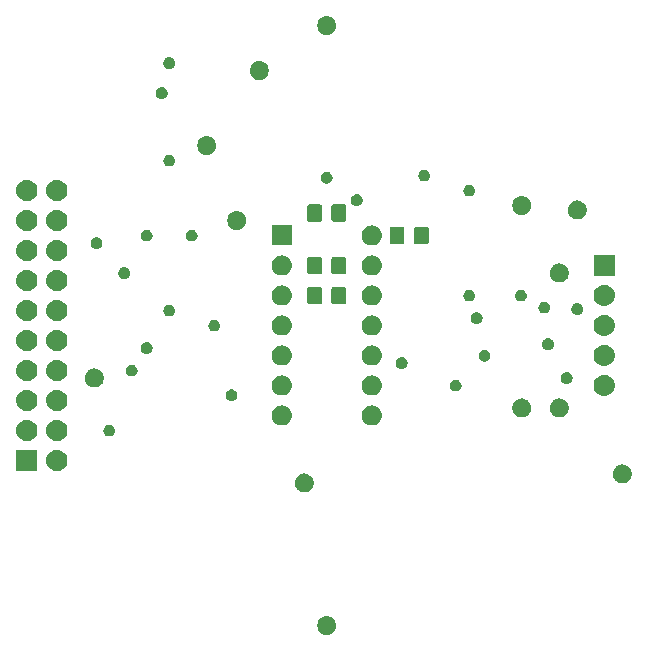
<source format=gbr>
G04 #@! TF.GenerationSoftware,KiCad,Pcbnew,(5.1.2)-1*
G04 #@! TF.CreationDate,2019-10-30T10:00:19+01:00*
G04 #@! TF.ProjectId,temalab_comparator,74656d61-6c61-4625-9f63-6f6d70617261,rev?*
G04 #@! TF.SameCoordinates,Original*
G04 #@! TF.FileFunction,Soldermask,Bot*
G04 #@! TF.FilePolarity,Negative*
%FSLAX46Y46*%
G04 Gerber Fmt 4.6, Leading zero omitted, Abs format (unit mm)*
G04 Created by KiCad (PCBNEW (5.1.2)-1) date 2019-10-30 10:00:19*
%MOMM*%
%LPD*%
G04 APERTURE LIST*
%ADD10C,0.100000*%
G04 APERTURE END LIST*
D10*
G36*
X129670476Y-128749261D02*
G01*
X129773645Y-128769782D01*
X129859036Y-128805153D01*
X129919416Y-128830163D01*
X130050608Y-128917822D01*
X130162178Y-129029392D01*
X130249837Y-129160584D01*
X130274847Y-129220964D01*
X130310218Y-129306355D01*
X130341000Y-129461109D01*
X130341000Y-129618891D01*
X130310218Y-129773645D01*
X130274847Y-129859036D01*
X130249837Y-129919416D01*
X130162178Y-130050608D01*
X130050608Y-130162178D01*
X129919416Y-130249837D01*
X129859036Y-130274847D01*
X129773645Y-130310218D01*
X129670476Y-130330739D01*
X129618892Y-130341000D01*
X129461108Y-130341000D01*
X129409524Y-130330739D01*
X129306355Y-130310218D01*
X129220964Y-130274847D01*
X129160584Y-130249837D01*
X129029392Y-130162178D01*
X128917822Y-130050608D01*
X128830163Y-129919416D01*
X128805153Y-129859036D01*
X128769782Y-129773645D01*
X128739000Y-129618891D01*
X128739000Y-129461109D01*
X128769782Y-129306355D01*
X128805153Y-129220964D01*
X128830163Y-129160584D01*
X128917822Y-129029392D01*
X129029392Y-128917822D01*
X129160584Y-128830163D01*
X129220964Y-128805153D01*
X129306355Y-128769782D01*
X129409524Y-128749261D01*
X129461108Y-128739000D01*
X129618892Y-128739000D01*
X129670476Y-128749261D01*
X129670476Y-128749261D01*
G37*
G36*
X127765476Y-116684261D02*
G01*
X127868645Y-116704782D01*
X127954036Y-116740153D01*
X128014416Y-116765163D01*
X128145608Y-116852822D01*
X128257178Y-116964392D01*
X128344837Y-117095584D01*
X128369847Y-117155964D01*
X128405218Y-117241355D01*
X128436000Y-117396109D01*
X128436000Y-117553891D01*
X128405218Y-117708645D01*
X128369847Y-117794036D01*
X128344837Y-117854416D01*
X128257178Y-117985608D01*
X128145608Y-118097178D01*
X128014416Y-118184837D01*
X127954036Y-118209847D01*
X127868645Y-118245218D01*
X127765476Y-118265739D01*
X127713892Y-118276000D01*
X127556108Y-118276000D01*
X127504524Y-118265739D01*
X127401355Y-118245218D01*
X127315964Y-118209847D01*
X127255584Y-118184837D01*
X127124392Y-118097178D01*
X127012822Y-117985608D01*
X126925163Y-117854416D01*
X126900153Y-117794036D01*
X126864782Y-117708645D01*
X126834000Y-117553891D01*
X126834000Y-117396109D01*
X126864782Y-117241355D01*
X126900153Y-117155964D01*
X126925163Y-117095584D01*
X127012822Y-116964392D01*
X127124392Y-116852822D01*
X127255584Y-116765163D01*
X127315964Y-116740153D01*
X127401355Y-116704782D01*
X127504524Y-116684261D01*
X127556108Y-116674000D01*
X127713892Y-116674000D01*
X127765476Y-116684261D01*
X127765476Y-116684261D01*
G37*
G36*
X154689476Y-115922261D02*
G01*
X154792645Y-115942782D01*
X154878036Y-115978153D01*
X154938416Y-116003163D01*
X154938417Y-116003164D01*
X155042921Y-116072990D01*
X155069608Y-116090822D01*
X155181178Y-116202392D01*
X155268837Y-116333584D01*
X155293847Y-116393964D01*
X155329218Y-116479355D01*
X155360000Y-116634109D01*
X155360000Y-116791891D01*
X155329218Y-116946645D01*
X155321866Y-116964393D01*
X155268837Y-117092416D01*
X155181178Y-117223608D01*
X155069608Y-117335178D01*
X154938416Y-117422837D01*
X154878036Y-117447847D01*
X154792645Y-117483218D01*
X154689476Y-117503739D01*
X154637892Y-117514000D01*
X154480108Y-117514000D01*
X154428524Y-117503739D01*
X154325355Y-117483218D01*
X154239964Y-117447847D01*
X154179584Y-117422837D01*
X154048392Y-117335178D01*
X153936822Y-117223608D01*
X153849163Y-117092416D01*
X153796134Y-116964393D01*
X153788782Y-116946645D01*
X153758000Y-116791891D01*
X153758000Y-116634109D01*
X153788782Y-116479355D01*
X153824153Y-116393964D01*
X153849163Y-116333584D01*
X153936822Y-116202392D01*
X154048392Y-116090822D01*
X154075080Y-116072990D01*
X154179583Y-116003164D01*
X154179584Y-116003163D01*
X154239964Y-115978153D01*
X154325355Y-115942782D01*
X154428524Y-115922261D01*
X154480108Y-115912000D01*
X154637892Y-115912000D01*
X154689476Y-115922261D01*
X154689476Y-115922261D01*
G37*
G36*
X105041000Y-116471000D02*
G01*
X103239000Y-116471000D01*
X103239000Y-114669000D01*
X105041000Y-114669000D01*
X105041000Y-116471000D01*
X105041000Y-116471000D01*
G37*
G36*
X106823535Y-114678778D02*
G01*
X106856627Y-114682037D01*
X106969853Y-114716384D01*
X107026467Y-114733557D01*
X107182990Y-114817220D01*
X107320186Y-114929814D01*
X107432780Y-115067010D01*
X107516443Y-115223533D01*
X107516443Y-115223534D01*
X107567963Y-115393373D01*
X107567963Y-115393375D01*
X107585360Y-115570000D01*
X107570826Y-115717559D01*
X107567963Y-115746627D01*
X107533616Y-115859853D01*
X107516443Y-115916467D01*
X107432780Y-116072990D01*
X107320186Y-116210186D01*
X107182990Y-116322780D01*
X107026467Y-116406443D01*
X106969853Y-116423616D01*
X106856627Y-116457963D01*
X106823535Y-116461222D01*
X106724264Y-116471000D01*
X106635736Y-116471000D01*
X106536465Y-116461222D01*
X106503373Y-116457963D01*
X106390147Y-116423616D01*
X106333533Y-116406443D01*
X106177010Y-116322780D01*
X106039814Y-116210186D01*
X105927220Y-116072990D01*
X105843557Y-115916467D01*
X105826384Y-115859853D01*
X105792037Y-115746627D01*
X105789174Y-115717559D01*
X105774640Y-115570000D01*
X105792037Y-115393375D01*
X105792037Y-115393373D01*
X105843557Y-115223534D01*
X105843557Y-115223533D01*
X105927220Y-115067010D01*
X106039814Y-114929814D01*
X106177010Y-114817220D01*
X106333533Y-114733557D01*
X106390147Y-114716384D01*
X106503373Y-114682037D01*
X106536465Y-114678778D01*
X106635736Y-114669000D01*
X106724264Y-114669000D01*
X106823535Y-114678778D01*
X106823535Y-114678778D01*
G37*
G36*
X106823535Y-112138778D02*
G01*
X106856627Y-112142037D01*
X106969853Y-112176384D01*
X107026467Y-112193557D01*
X107182990Y-112277220D01*
X107320186Y-112389814D01*
X107432780Y-112527010D01*
X107516443Y-112683533D01*
X107516443Y-112683534D01*
X107567963Y-112853373D01*
X107567963Y-112853375D01*
X107585360Y-113030000D01*
X107570966Y-113176136D01*
X107567963Y-113206627D01*
X107549554Y-113267312D01*
X107516443Y-113376467D01*
X107432780Y-113532990D01*
X107320186Y-113670186D01*
X107182990Y-113782780D01*
X107026467Y-113866443D01*
X106969853Y-113883616D01*
X106856627Y-113917963D01*
X106823535Y-113921222D01*
X106724264Y-113931000D01*
X106635736Y-113931000D01*
X106536465Y-113921222D01*
X106503373Y-113917963D01*
X106390147Y-113883616D01*
X106333533Y-113866443D01*
X106177010Y-113782780D01*
X106039814Y-113670186D01*
X105927220Y-113532990D01*
X105843557Y-113376467D01*
X105810446Y-113267312D01*
X105792037Y-113206627D01*
X105789034Y-113176136D01*
X105774640Y-113030000D01*
X105792037Y-112853375D01*
X105792037Y-112853373D01*
X105843557Y-112683534D01*
X105843557Y-112683533D01*
X105927220Y-112527010D01*
X106039814Y-112389814D01*
X106177010Y-112277220D01*
X106333533Y-112193557D01*
X106390147Y-112176384D01*
X106503373Y-112142037D01*
X106536465Y-112138778D01*
X106635736Y-112129000D01*
X106724264Y-112129000D01*
X106823535Y-112138778D01*
X106823535Y-112138778D01*
G37*
G36*
X104283535Y-112138778D02*
G01*
X104316627Y-112142037D01*
X104429853Y-112176384D01*
X104486467Y-112193557D01*
X104642990Y-112277220D01*
X104780186Y-112389814D01*
X104892780Y-112527010D01*
X104976443Y-112683533D01*
X104976443Y-112683534D01*
X105027963Y-112853373D01*
X105027963Y-112853375D01*
X105045360Y-113030000D01*
X105030966Y-113176136D01*
X105027963Y-113206627D01*
X105009554Y-113267312D01*
X104976443Y-113376467D01*
X104892780Y-113532990D01*
X104780186Y-113670186D01*
X104642990Y-113782780D01*
X104486467Y-113866443D01*
X104429853Y-113883616D01*
X104316627Y-113917963D01*
X104283535Y-113921222D01*
X104184264Y-113931000D01*
X104095736Y-113931000D01*
X103996465Y-113921222D01*
X103963373Y-113917963D01*
X103850147Y-113883616D01*
X103793533Y-113866443D01*
X103637010Y-113782780D01*
X103499814Y-113670186D01*
X103387220Y-113532990D01*
X103303557Y-113376467D01*
X103270446Y-113267312D01*
X103252037Y-113206627D01*
X103249034Y-113176136D01*
X103234640Y-113030000D01*
X103252037Y-112853375D01*
X103252037Y-112853373D01*
X103303557Y-112683534D01*
X103303557Y-112683533D01*
X103387220Y-112527010D01*
X103499814Y-112389814D01*
X103637010Y-112277220D01*
X103793533Y-112193557D01*
X103850147Y-112176384D01*
X103963373Y-112142037D01*
X103996465Y-112138778D01*
X104095736Y-112129000D01*
X104184264Y-112129000D01*
X104283535Y-112138778D01*
X104283535Y-112138778D01*
G37*
G36*
X111271136Y-112548253D02*
G01*
X111271138Y-112548254D01*
X111271139Y-112548254D01*
X111362314Y-112586021D01*
X111444368Y-112640847D01*
X111514153Y-112710632D01*
X111568979Y-112792686D01*
X111606746Y-112883861D01*
X111626000Y-112980658D01*
X111626000Y-113079342D01*
X111606746Y-113176139D01*
X111568979Y-113267314D01*
X111514153Y-113349368D01*
X111444368Y-113419153D01*
X111362314Y-113473979D01*
X111271139Y-113511746D01*
X111271138Y-113511746D01*
X111271136Y-113511747D01*
X111174344Y-113531000D01*
X111075656Y-113531000D01*
X110978864Y-113511747D01*
X110978862Y-113511746D01*
X110978861Y-113511746D01*
X110887686Y-113473979D01*
X110805632Y-113419153D01*
X110735847Y-113349368D01*
X110681021Y-113267314D01*
X110643254Y-113176139D01*
X110624000Y-113079342D01*
X110624000Y-112980658D01*
X110643254Y-112883861D01*
X110681021Y-112792686D01*
X110735847Y-112710632D01*
X110805632Y-112640847D01*
X110887686Y-112586021D01*
X110978861Y-112548254D01*
X110978862Y-112548254D01*
X110978864Y-112548253D01*
X111075656Y-112529000D01*
X111174344Y-112529000D01*
X111271136Y-112548253D01*
X111271136Y-112548253D01*
G37*
G36*
X125896823Y-110921313D02*
G01*
X126057240Y-110969975D01*
X126205077Y-111048995D01*
X126334659Y-111155341D01*
X126441005Y-111284923D01*
X126520025Y-111432760D01*
X126568687Y-111593177D01*
X126585118Y-111760000D01*
X126568687Y-111926823D01*
X126520025Y-112087240D01*
X126441005Y-112235077D01*
X126334659Y-112364659D01*
X126205077Y-112471005D01*
X126057240Y-112550025D01*
X125896823Y-112598687D01*
X125771806Y-112611000D01*
X125688194Y-112611000D01*
X125563177Y-112598687D01*
X125402760Y-112550025D01*
X125254923Y-112471005D01*
X125125341Y-112364659D01*
X125018995Y-112235077D01*
X124939975Y-112087240D01*
X124891313Y-111926823D01*
X124874882Y-111760000D01*
X124891313Y-111593177D01*
X124939975Y-111432760D01*
X125018995Y-111284923D01*
X125125341Y-111155341D01*
X125254923Y-111048995D01*
X125402760Y-110969975D01*
X125563177Y-110921313D01*
X125688194Y-110909000D01*
X125771806Y-110909000D01*
X125896823Y-110921313D01*
X125896823Y-110921313D01*
G37*
G36*
X133516823Y-110921313D02*
G01*
X133677240Y-110969975D01*
X133825077Y-111048995D01*
X133954659Y-111155341D01*
X134061005Y-111284923D01*
X134140025Y-111432760D01*
X134188687Y-111593177D01*
X134205118Y-111760000D01*
X134188687Y-111926823D01*
X134140025Y-112087240D01*
X134061005Y-112235077D01*
X133954659Y-112364659D01*
X133825077Y-112471005D01*
X133677240Y-112550025D01*
X133516823Y-112598687D01*
X133391806Y-112611000D01*
X133308194Y-112611000D01*
X133183177Y-112598687D01*
X133022760Y-112550025D01*
X132874923Y-112471005D01*
X132745341Y-112364659D01*
X132638995Y-112235077D01*
X132559975Y-112087240D01*
X132511313Y-111926823D01*
X132494882Y-111760000D01*
X132511313Y-111593177D01*
X132559975Y-111432760D01*
X132638995Y-111284923D01*
X132745341Y-111155341D01*
X132874923Y-111048995D01*
X133022760Y-110969975D01*
X133183177Y-110921313D01*
X133308194Y-110909000D01*
X133391806Y-110909000D01*
X133516823Y-110921313D01*
X133516823Y-110921313D01*
G37*
G36*
X146180476Y-110334261D02*
G01*
X146283645Y-110354782D01*
X146369036Y-110390153D01*
X146429416Y-110415163D01*
X146495012Y-110458993D01*
X146541419Y-110490000D01*
X146560608Y-110502822D01*
X146672178Y-110614392D01*
X146759837Y-110745584D01*
X146784847Y-110805964D01*
X146820218Y-110891355D01*
X146851000Y-111046109D01*
X146851000Y-111203891D01*
X146820218Y-111358645D01*
X146784847Y-111444036D01*
X146759837Y-111504416D01*
X146759836Y-111504417D01*
X146672179Y-111635607D01*
X146560607Y-111747179D01*
X146495012Y-111791007D01*
X146429416Y-111834837D01*
X146369036Y-111859847D01*
X146283645Y-111895218D01*
X146180476Y-111915739D01*
X146128892Y-111926000D01*
X145971108Y-111926000D01*
X145919524Y-111915739D01*
X145816355Y-111895218D01*
X145730964Y-111859847D01*
X145670584Y-111834837D01*
X145604988Y-111791007D01*
X145539393Y-111747179D01*
X145427821Y-111635607D01*
X145340164Y-111504417D01*
X145340163Y-111504416D01*
X145315153Y-111444036D01*
X145279782Y-111358645D01*
X145249000Y-111203891D01*
X145249000Y-111046109D01*
X145279782Y-110891355D01*
X145315153Y-110805964D01*
X145340163Y-110745584D01*
X145427822Y-110614392D01*
X145539392Y-110502822D01*
X145558582Y-110490000D01*
X145604988Y-110458992D01*
X145670584Y-110415163D01*
X145730964Y-110390153D01*
X145816355Y-110354782D01*
X145919524Y-110334261D01*
X145971108Y-110324000D01*
X146128892Y-110324000D01*
X146180476Y-110334261D01*
X146180476Y-110334261D01*
G37*
G36*
X149355476Y-110334261D02*
G01*
X149458645Y-110354782D01*
X149544036Y-110390153D01*
X149604416Y-110415163D01*
X149670012Y-110458993D01*
X149716419Y-110490000D01*
X149735608Y-110502822D01*
X149847178Y-110614392D01*
X149934837Y-110745584D01*
X149959847Y-110805964D01*
X149995218Y-110891355D01*
X150026000Y-111046109D01*
X150026000Y-111203891D01*
X149995218Y-111358645D01*
X149959847Y-111444036D01*
X149934837Y-111504416D01*
X149934836Y-111504417D01*
X149847179Y-111635607D01*
X149735607Y-111747179D01*
X149670012Y-111791007D01*
X149604416Y-111834837D01*
X149544036Y-111859847D01*
X149458645Y-111895218D01*
X149355476Y-111915739D01*
X149303892Y-111926000D01*
X149146108Y-111926000D01*
X149094524Y-111915739D01*
X148991355Y-111895218D01*
X148905964Y-111859847D01*
X148845584Y-111834837D01*
X148779988Y-111791007D01*
X148714393Y-111747179D01*
X148602821Y-111635607D01*
X148515164Y-111504417D01*
X148515163Y-111504416D01*
X148490153Y-111444036D01*
X148454782Y-111358645D01*
X148424000Y-111203891D01*
X148424000Y-111046109D01*
X148454782Y-110891355D01*
X148490153Y-110805964D01*
X148515163Y-110745584D01*
X148602822Y-110614392D01*
X148714392Y-110502822D01*
X148733582Y-110490000D01*
X148779988Y-110458992D01*
X148845584Y-110415163D01*
X148905964Y-110390153D01*
X148991355Y-110354782D01*
X149094524Y-110334261D01*
X149146108Y-110324000D01*
X149303892Y-110324000D01*
X149355476Y-110334261D01*
X149355476Y-110334261D01*
G37*
G36*
X104283535Y-109598778D02*
G01*
X104316627Y-109602037D01*
X104429853Y-109636384D01*
X104486467Y-109653557D01*
X104642990Y-109737220D01*
X104780186Y-109849814D01*
X104892780Y-109987010D01*
X104976443Y-110143533D01*
X104976443Y-110143534D01*
X105027963Y-110313373D01*
X105027963Y-110313375D01*
X105045360Y-110490000D01*
X105039844Y-110546000D01*
X105027963Y-110666627D01*
X105004012Y-110745583D01*
X104976443Y-110836467D01*
X104892780Y-110992990D01*
X104780186Y-111130186D01*
X104642990Y-111242780D01*
X104486467Y-111326443D01*
X104429853Y-111343616D01*
X104316627Y-111377963D01*
X104283535Y-111381222D01*
X104184264Y-111391000D01*
X104095736Y-111391000D01*
X103996465Y-111381222D01*
X103963373Y-111377963D01*
X103850147Y-111343616D01*
X103793533Y-111326443D01*
X103637010Y-111242780D01*
X103499814Y-111130186D01*
X103387220Y-110992990D01*
X103303557Y-110836467D01*
X103275988Y-110745583D01*
X103252037Y-110666627D01*
X103240156Y-110546000D01*
X103234640Y-110490000D01*
X103252037Y-110313375D01*
X103252037Y-110313373D01*
X103303557Y-110143534D01*
X103303557Y-110143533D01*
X103387220Y-109987010D01*
X103499814Y-109849814D01*
X103637010Y-109737220D01*
X103793533Y-109653557D01*
X103850147Y-109636384D01*
X103963373Y-109602037D01*
X103996465Y-109598778D01*
X104095736Y-109589000D01*
X104184264Y-109589000D01*
X104283535Y-109598778D01*
X104283535Y-109598778D01*
G37*
G36*
X106823535Y-109598778D02*
G01*
X106856627Y-109602037D01*
X106969853Y-109636384D01*
X107026467Y-109653557D01*
X107182990Y-109737220D01*
X107320186Y-109849814D01*
X107432780Y-109987010D01*
X107516443Y-110143533D01*
X107516443Y-110143534D01*
X107567963Y-110313373D01*
X107567963Y-110313375D01*
X107585360Y-110490000D01*
X107579844Y-110546000D01*
X107567963Y-110666627D01*
X107544012Y-110745583D01*
X107516443Y-110836467D01*
X107432780Y-110992990D01*
X107320186Y-111130186D01*
X107182990Y-111242780D01*
X107026467Y-111326443D01*
X106969853Y-111343616D01*
X106856627Y-111377963D01*
X106823535Y-111381222D01*
X106724264Y-111391000D01*
X106635736Y-111391000D01*
X106536465Y-111381222D01*
X106503373Y-111377963D01*
X106390147Y-111343616D01*
X106333533Y-111326443D01*
X106177010Y-111242780D01*
X106039814Y-111130186D01*
X105927220Y-110992990D01*
X105843557Y-110836467D01*
X105815988Y-110745583D01*
X105792037Y-110666627D01*
X105780156Y-110546000D01*
X105774640Y-110490000D01*
X105792037Y-110313375D01*
X105792037Y-110313373D01*
X105843557Y-110143534D01*
X105843557Y-110143533D01*
X105927220Y-109987010D01*
X106039814Y-109849814D01*
X106177010Y-109737220D01*
X106333533Y-109653557D01*
X106390147Y-109636384D01*
X106503373Y-109602037D01*
X106536465Y-109598778D01*
X106635736Y-109589000D01*
X106724264Y-109589000D01*
X106823535Y-109598778D01*
X106823535Y-109598778D01*
G37*
G36*
X121626136Y-109563253D02*
G01*
X121626138Y-109563254D01*
X121626139Y-109563254D01*
X121717314Y-109601021D01*
X121799368Y-109655847D01*
X121869153Y-109725632D01*
X121876896Y-109737220D01*
X121923980Y-109807688D01*
X121961747Y-109898864D01*
X121981000Y-109995656D01*
X121981000Y-110094344D01*
X121971216Y-110143534D01*
X121961746Y-110191139D01*
X121923979Y-110282314D01*
X121869153Y-110364368D01*
X121799368Y-110434153D01*
X121717314Y-110488979D01*
X121717313Y-110488980D01*
X121717312Y-110488980D01*
X121683897Y-110502821D01*
X121626139Y-110526746D01*
X121626138Y-110526746D01*
X121626136Y-110526747D01*
X121529344Y-110546000D01*
X121430656Y-110546000D01*
X121333864Y-110526747D01*
X121333862Y-110526746D01*
X121333861Y-110526746D01*
X121276103Y-110502821D01*
X121242688Y-110488980D01*
X121242687Y-110488980D01*
X121242686Y-110488979D01*
X121160632Y-110434153D01*
X121090847Y-110364368D01*
X121036021Y-110282314D01*
X120998254Y-110191139D01*
X120988785Y-110143534D01*
X120979000Y-110094344D01*
X120979000Y-109995656D01*
X120998253Y-109898864D01*
X121036020Y-109807688D01*
X121083105Y-109737220D01*
X121090847Y-109725632D01*
X121160632Y-109655847D01*
X121242686Y-109601021D01*
X121333861Y-109563254D01*
X121333862Y-109563254D01*
X121333864Y-109563253D01*
X121430656Y-109544000D01*
X121529344Y-109544000D01*
X121626136Y-109563253D01*
X121626136Y-109563253D01*
G37*
G36*
X153178535Y-108328778D02*
G01*
X153211627Y-108332037D01*
X153324853Y-108366384D01*
X153381467Y-108383557D01*
X153537990Y-108467220D01*
X153675186Y-108579814D01*
X153787780Y-108717010D01*
X153871443Y-108873533D01*
X153880797Y-108904369D01*
X153918597Y-109028979D01*
X153922963Y-109043374D01*
X153940360Y-109220000D01*
X153927041Y-109355218D01*
X153922963Y-109396627D01*
X153904554Y-109457312D01*
X153871443Y-109566467D01*
X153787780Y-109722990D01*
X153675186Y-109860186D01*
X153537990Y-109972780D01*
X153381467Y-110056443D01*
X153374069Y-110058687D01*
X153211627Y-110107963D01*
X153178535Y-110111222D01*
X153079264Y-110121000D01*
X152990736Y-110121000D01*
X152891465Y-110111222D01*
X152858373Y-110107963D01*
X152695931Y-110058687D01*
X152688533Y-110056443D01*
X152532010Y-109972780D01*
X152394814Y-109860186D01*
X152282220Y-109722990D01*
X152198557Y-109566467D01*
X152165446Y-109457312D01*
X152147037Y-109396627D01*
X152142959Y-109355218D01*
X152129640Y-109220000D01*
X152147037Y-109043374D01*
X152151404Y-109028979D01*
X152189203Y-108904369D01*
X152198557Y-108873533D01*
X152282220Y-108717010D01*
X152394814Y-108579814D01*
X152532010Y-108467220D01*
X152688533Y-108383557D01*
X152745147Y-108366384D01*
X152858373Y-108332037D01*
X152891465Y-108328778D01*
X152990736Y-108319000D01*
X153079264Y-108319000D01*
X153178535Y-108328778D01*
X153178535Y-108328778D01*
G37*
G36*
X133516823Y-108381313D02*
G01*
X133677240Y-108429975D01*
X133825077Y-108508995D01*
X133954659Y-108615341D01*
X134061005Y-108744923D01*
X134140025Y-108892760D01*
X134188687Y-109053177D01*
X134205118Y-109220000D01*
X134188687Y-109386823D01*
X134140025Y-109547240D01*
X134061005Y-109695077D01*
X133954659Y-109824659D01*
X133825077Y-109931005D01*
X133677240Y-110010025D01*
X133516823Y-110058687D01*
X133391806Y-110071000D01*
X133308194Y-110071000D01*
X133183177Y-110058687D01*
X133022760Y-110010025D01*
X132874923Y-109931005D01*
X132745341Y-109824659D01*
X132638995Y-109695077D01*
X132559975Y-109547240D01*
X132511313Y-109386823D01*
X132494882Y-109220000D01*
X132511313Y-109053177D01*
X132559975Y-108892760D01*
X132638995Y-108744923D01*
X132745341Y-108615341D01*
X132874923Y-108508995D01*
X133022760Y-108429975D01*
X133183177Y-108381313D01*
X133308194Y-108369000D01*
X133391806Y-108369000D01*
X133516823Y-108381313D01*
X133516823Y-108381313D01*
G37*
G36*
X125896823Y-108381313D02*
G01*
X126057240Y-108429975D01*
X126205077Y-108508995D01*
X126334659Y-108615341D01*
X126441005Y-108744923D01*
X126520025Y-108892760D01*
X126568687Y-109053177D01*
X126585118Y-109220000D01*
X126568687Y-109386823D01*
X126520025Y-109547240D01*
X126441005Y-109695077D01*
X126334659Y-109824659D01*
X126205077Y-109931005D01*
X126057240Y-110010025D01*
X125896823Y-110058687D01*
X125771806Y-110071000D01*
X125688194Y-110071000D01*
X125563177Y-110058687D01*
X125402760Y-110010025D01*
X125254923Y-109931005D01*
X125125341Y-109824659D01*
X125018995Y-109695077D01*
X124939975Y-109547240D01*
X124891313Y-109386823D01*
X124874882Y-109220000D01*
X124891313Y-109053177D01*
X124939975Y-108892760D01*
X125018995Y-108744923D01*
X125125341Y-108615341D01*
X125254923Y-108508995D01*
X125402760Y-108429975D01*
X125563177Y-108381313D01*
X125688194Y-108369000D01*
X125771806Y-108369000D01*
X125896823Y-108381313D01*
X125896823Y-108381313D01*
G37*
G36*
X140608136Y-108738253D02*
G01*
X140608138Y-108738254D01*
X140608139Y-108738254D01*
X140699314Y-108776021D01*
X140781368Y-108830847D01*
X140851153Y-108900632D01*
X140905979Y-108982686D01*
X140931118Y-109043374D01*
X140943747Y-109073864D01*
X140963000Y-109170656D01*
X140963000Y-109269344D01*
X140945919Y-109355218D01*
X140943746Y-109366139D01*
X140905979Y-109457314D01*
X140851153Y-109539368D01*
X140781368Y-109609153D01*
X140699314Y-109663979D01*
X140608139Y-109701746D01*
X140608138Y-109701746D01*
X140608136Y-109701747D01*
X140511344Y-109721000D01*
X140412656Y-109721000D01*
X140315864Y-109701747D01*
X140315862Y-109701746D01*
X140315861Y-109701746D01*
X140224686Y-109663979D01*
X140142632Y-109609153D01*
X140072847Y-109539368D01*
X140018021Y-109457314D01*
X139980254Y-109366139D01*
X139978082Y-109355218D01*
X139961000Y-109269344D01*
X139961000Y-109170656D01*
X139980253Y-109073864D01*
X139992883Y-109043374D01*
X140018021Y-108982686D01*
X140072847Y-108900632D01*
X140142632Y-108830847D01*
X140224686Y-108776021D01*
X140315861Y-108738254D01*
X140315862Y-108738254D01*
X140315864Y-108738253D01*
X140412656Y-108719000D01*
X140511344Y-108719000D01*
X140608136Y-108738253D01*
X140608136Y-108738253D01*
G37*
G36*
X109985476Y-107794261D02*
G01*
X110088645Y-107814782D01*
X110174036Y-107850153D01*
X110234416Y-107875163D01*
X110234417Y-107875164D01*
X110346419Y-107950000D01*
X110365608Y-107962822D01*
X110477178Y-108074392D01*
X110564837Y-108205584D01*
X110589709Y-108265631D01*
X110625218Y-108351355D01*
X110656000Y-108506109D01*
X110656000Y-108663891D01*
X110625218Y-108818645D01*
X110591258Y-108900631D01*
X110564837Y-108964416D01*
X110558331Y-108974153D01*
X110477179Y-109095607D01*
X110365607Y-109207179D01*
X110300012Y-109251008D01*
X110234416Y-109294837D01*
X110174036Y-109319847D01*
X110088645Y-109355218D01*
X109985476Y-109375739D01*
X109933892Y-109386000D01*
X109776108Y-109386000D01*
X109724524Y-109375739D01*
X109621355Y-109355218D01*
X109535964Y-109319847D01*
X109475584Y-109294837D01*
X109409988Y-109251008D01*
X109344393Y-109207179D01*
X109232821Y-109095607D01*
X109151669Y-108974153D01*
X109145163Y-108964416D01*
X109118742Y-108900631D01*
X109084782Y-108818645D01*
X109054000Y-108663891D01*
X109054000Y-108506109D01*
X109084782Y-108351355D01*
X109120291Y-108265631D01*
X109145163Y-108205584D01*
X109232822Y-108074392D01*
X109344392Y-107962822D01*
X109363582Y-107950000D01*
X109475583Y-107875164D01*
X109475584Y-107875163D01*
X109535964Y-107850153D01*
X109621355Y-107814782D01*
X109724524Y-107794261D01*
X109776108Y-107784000D01*
X109933892Y-107784000D01*
X109985476Y-107794261D01*
X109985476Y-107794261D01*
G37*
G36*
X150006136Y-108103253D02*
G01*
X150006138Y-108103254D01*
X150006139Y-108103254D01*
X150097314Y-108141021D01*
X150179368Y-108195847D01*
X150249153Y-108265632D01*
X150298278Y-108339153D01*
X150303980Y-108347688D01*
X150341747Y-108438864D01*
X150361000Y-108535656D01*
X150361000Y-108634344D01*
X150344557Y-108717010D01*
X150341746Y-108731139D01*
X150303979Y-108822314D01*
X150249153Y-108904368D01*
X150179368Y-108974153D01*
X150097314Y-109028979D01*
X150006139Y-109066746D01*
X150006138Y-109066746D01*
X150006136Y-109066747D01*
X149909344Y-109086000D01*
X149810656Y-109086000D01*
X149713864Y-109066747D01*
X149713862Y-109066746D01*
X149713861Y-109066746D01*
X149622686Y-109028979D01*
X149540632Y-108974153D01*
X149470847Y-108904368D01*
X149416021Y-108822314D01*
X149378254Y-108731139D01*
X149375444Y-108717010D01*
X149359000Y-108634344D01*
X149359000Y-108535656D01*
X149378253Y-108438864D01*
X149416020Y-108347688D01*
X149421723Y-108339153D01*
X149470847Y-108265632D01*
X149540632Y-108195847D01*
X149622686Y-108141021D01*
X149713861Y-108103254D01*
X149713862Y-108103254D01*
X149713864Y-108103253D01*
X149810656Y-108084000D01*
X149909344Y-108084000D01*
X150006136Y-108103253D01*
X150006136Y-108103253D01*
G37*
G36*
X106823535Y-107058778D02*
G01*
X106856627Y-107062037D01*
X106969853Y-107096384D01*
X107026467Y-107113557D01*
X107182990Y-107197220D01*
X107320186Y-107309814D01*
X107432780Y-107447010D01*
X107516443Y-107603533D01*
X107525797Y-107634369D01*
X107567963Y-107773373D01*
X107567963Y-107773375D01*
X107585360Y-107950000D01*
X107573108Y-108074392D01*
X107567963Y-108126627D01*
X107549554Y-108187312D01*
X107516443Y-108296467D01*
X107432780Y-108452990D01*
X107320186Y-108590186D01*
X107182990Y-108702780D01*
X107026467Y-108786443D01*
X106969853Y-108803616D01*
X106856627Y-108837963D01*
X106823535Y-108841222D01*
X106724264Y-108851000D01*
X106635736Y-108851000D01*
X106536465Y-108841222D01*
X106503373Y-108837963D01*
X106390147Y-108803616D01*
X106333533Y-108786443D01*
X106177010Y-108702780D01*
X106039814Y-108590186D01*
X105927220Y-108452990D01*
X105843557Y-108296467D01*
X105810446Y-108187312D01*
X105792037Y-108126627D01*
X105786892Y-108074392D01*
X105774640Y-107950000D01*
X105792037Y-107773375D01*
X105792037Y-107773373D01*
X105834203Y-107634369D01*
X105843557Y-107603533D01*
X105927220Y-107447010D01*
X106039814Y-107309814D01*
X106177010Y-107197220D01*
X106333533Y-107113557D01*
X106390147Y-107096384D01*
X106503373Y-107062037D01*
X106536465Y-107058778D01*
X106635736Y-107049000D01*
X106724264Y-107049000D01*
X106823535Y-107058778D01*
X106823535Y-107058778D01*
G37*
G36*
X104283535Y-107058778D02*
G01*
X104316627Y-107062037D01*
X104429853Y-107096384D01*
X104486467Y-107113557D01*
X104642990Y-107197220D01*
X104780186Y-107309814D01*
X104892780Y-107447010D01*
X104976443Y-107603533D01*
X104985797Y-107634369D01*
X105027963Y-107773373D01*
X105027963Y-107773375D01*
X105045360Y-107950000D01*
X105033108Y-108074392D01*
X105027963Y-108126627D01*
X105009554Y-108187312D01*
X104976443Y-108296467D01*
X104892780Y-108452990D01*
X104780186Y-108590186D01*
X104642990Y-108702780D01*
X104486467Y-108786443D01*
X104429853Y-108803616D01*
X104316627Y-108837963D01*
X104283535Y-108841222D01*
X104184264Y-108851000D01*
X104095736Y-108851000D01*
X103996465Y-108841222D01*
X103963373Y-108837963D01*
X103850147Y-108803616D01*
X103793533Y-108786443D01*
X103637010Y-108702780D01*
X103499814Y-108590186D01*
X103387220Y-108452990D01*
X103303557Y-108296467D01*
X103270446Y-108187312D01*
X103252037Y-108126627D01*
X103246892Y-108074392D01*
X103234640Y-107950000D01*
X103252037Y-107773375D01*
X103252037Y-107773373D01*
X103294203Y-107634369D01*
X103303557Y-107603533D01*
X103387220Y-107447010D01*
X103499814Y-107309814D01*
X103637010Y-107197220D01*
X103793533Y-107113557D01*
X103850147Y-107096384D01*
X103963373Y-107062037D01*
X103996465Y-107058778D01*
X104095736Y-107049000D01*
X104184264Y-107049000D01*
X104283535Y-107058778D01*
X104283535Y-107058778D01*
G37*
G36*
X113176136Y-107468253D02*
G01*
X113176138Y-107468254D01*
X113176139Y-107468254D01*
X113267314Y-107506021D01*
X113349368Y-107560847D01*
X113419153Y-107630632D01*
X113468278Y-107704153D01*
X113473980Y-107712688D01*
X113511747Y-107803864D01*
X113514161Y-107816000D01*
X113531000Y-107900658D01*
X113531000Y-107999342D01*
X113511746Y-108096139D01*
X113473979Y-108187314D01*
X113419153Y-108269368D01*
X113349368Y-108339153D01*
X113267314Y-108393979D01*
X113176139Y-108431746D01*
X113176138Y-108431746D01*
X113176136Y-108431747D01*
X113079344Y-108451000D01*
X112980656Y-108451000D01*
X112883864Y-108431747D01*
X112883862Y-108431746D01*
X112883861Y-108431746D01*
X112792686Y-108393979D01*
X112710632Y-108339153D01*
X112640847Y-108269368D01*
X112586021Y-108187314D01*
X112548254Y-108096139D01*
X112529000Y-107999342D01*
X112529000Y-107900658D01*
X112545839Y-107816000D01*
X112548253Y-107803864D01*
X112586020Y-107712688D01*
X112591723Y-107704153D01*
X112640847Y-107630632D01*
X112710632Y-107560847D01*
X112792686Y-107506021D01*
X112883861Y-107468254D01*
X112883862Y-107468254D01*
X112883864Y-107468253D01*
X112980656Y-107449000D01*
X113079344Y-107449000D01*
X113176136Y-107468253D01*
X113176136Y-107468253D01*
G37*
G36*
X136036136Y-106833253D02*
G01*
X136036138Y-106833254D01*
X136036139Y-106833254D01*
X136127314Y-106871021D01*
X136209368Y-106925847D01*
X136279153Y-106995632D01*
X136323523Y-107062037D01*
X136333980Y-107077688D01*
X136371747Y-107168864D01*
X136391000Y-107265656D01*
X136391000Y-107364344D01*
X136374557Y-107447010D01*
X136371746Y-107461139D01*
X136333979Y-107552314D01*
X136279153Y-107634368D01*
X136209368Y-107704153D01*
X136127314Y-107758979D01*
X136036139Y-107796746D01*
X136036138Y-107796746D01*
X136036136Y-107796747D01*
X135939344Y-107816000D01*
X135840656Y-107816000D01*
X135743864Y-107796747D01*
X135743862Y-107796746D01*
X135743861Y-107796746D01*
X135652686Y-107758979D01*
X135570632Y-107704153D01*
X135500847Y-107634368D01*
X135446021Y-107552314D01*
X135408254Y-107461139D01*
X135405444Y-107447010D01*
X135389000Y-107364344D01*
X135389000Y-107265656D01*
X135408253Y-107168864D01*
X135446020Y-107077688D01*
X135456478Y-107062037D01*
X135500847Y-106995632D01*
X135570632Y-106925847D01*
X135652686Y-106871021D01*
X135743861Y-106833254D01*
X135743862Y-106833254D01*
X135743864Y-106833253D01*
X135840656Y-106814000D01*
X135939344Y-106814000D01*
X136036136Y-106833253D01*
X136036136Y-106833253D01*
G37*
G36*
X153178535Y-105788778D02*
G01*
X153211627Y-105792037D01*
X153324853Y-105826384D01*
X153381467Y-105843557D01*
X153537990Y-105927220D01*
X153675186Y-106039814D01*
X153787780Y-106177010D01*
X153871443Y-106333533D01*
X153880797Y-106364369D01*
X153918597Y-106488979D01*
X153922963Y-106503374D01*
X153940360Y-106680000D01*
X153927161Y-106814000D01*
X153922963Y-106856627D01*
X153901965Y-106925847D01*
X153871443Y-107026467D01*
X153787780Y-107182990D01*
X153675186Y-107320186D01*
X153537990Y-107432780D01*
X153381467Y-107516443D01*
X153374069Y-107518687D01*
X153211627Y-107567963D01*
X153178535Y-107571222D01*
X153079264Y-107581000D01*
X152990736Y-107581000D01*
X152891465Y-107571222D01*
X152858373Y-107567963D01*
X152695931Y-107518687D01*
X152688533Y-107516443D01*
X152532010Y-107432780D01*
X152394814Y-107320186D01*
X152282220Y-107182990D01*
X152198557Y-107026467D01*
X152168035Y-106925847D01*
X152147037Y-106856627D01*
X152142839Y-106814000D01*
X152129640Y-106680000D01*
X152147037Y-106503374D01*
X152151404Y-106488979D01*
X152189203Y-106364369D01*
X152198557Y-106333533D01*
X152282220Y-106177010D01*
X152394814Y-106039814D01*
X152532010Y-105927220D01*
X152688533Y-105843557D01*
X152745147Y-105826384D01*
X152858373Y-105792037D01*
X152891465Y-105788778D01*
X152990736Y-105779000D01*
X153079264Y-105779000D01*
X153178535Y-105788778D01*
X153178535Y-105788778D01*
G37*
G36*
X125896823Y-105841313D02*
G01*
X126057240Y-105889975D01*
X126205077Y-105968995D01*
X126334659Y-106075341D01*
X126441005Y-106204923D01*
X126520025Y-106352760D01*
X126568687Y-106513177D01*
X126585118Y-106680000D01*
X126568687Y-106846823D01*
X126520025Y-107007240D01*
X126441005Y-107155077D01*
X126334659Y-107284659D01*
X126205077Y-107391005D01*
X126057240Y-107470025D01*
X125896823Y-107518687D01*
X125771806Y-107531000D01*
X125688194Y-107531000D01*
X125563177Y-107518687D01*
X125402760Y-107470025D01*
X125254923Y-107391005D01*
X125125341Y-107284659D01*
X125018995Y-107155077D01*
X124939975Y-107007240D01*
X124891313Y-106846823D01*
X124874882Y-106680000D01*
X124891313Y-106513177D01*
X124939975Y-106352760D01*
X125018995Y-106204923D01*
X125125341Y-106075341D01*
X125254923Y-105968995D01*
X125402760Y-105889975D01*
X125563177Y-105841313D01*
X125688194Y-105829000D01*
X125771806Y-105829000D01*
X125896823Y-105841313D01*
X125896823Y-105841313D01*
G37*
G36*
X133516823Y-105841313D02*
G01*
X133677240Y-105889975D01*
X133825077Y-105968995D01*
X133954659Y-106075341D01*
X134061005Y-106204923D01*
X134140025Y-106352760D01*
X134188687Y-106513177D01*
X134205118Y-106680000D01*
X134188687Y-106846823D01*
X134140025Y-107007240D01*
X134061005Y-107155077D01*
X133954659Y-107284659D01*
X133825077Y-107391005D01*
X133677240Y-107470025D01*
X133516823Y-107518687D01*
X133391806Y-107531000D01*
X133308194Y-107531000D01*
X133183177Y-107518687D01*
X133022760Y-107470025D01*
X132874923Y-107391005D01*
X132745341Y-107284659D01*
X132638995Y-107155077D01*
X132559975Y-107007240D01*
X132511313Y-106846823D01*
X132494882Y-106680000D01*
X132511313Y-106513177D01*
X132559975Y-106352760D01*
X132638995Y-106204923D01*
X132745341Y-106075341D01*
X132874923Y-105968995D01*
X133022760Y-105889975D01*
X133183177Y-105841313D01*
X133308194Y-105829000D01*
X133391806Y-105829000D01*
X133516823Y-105841313D01*
X133516823Y-105841313D01*
G37*
G36*
X143048057Y-106211713D02*
G01*
X143048059Y-106211714D01*
X143048060Y-106211714D01*
X143139235Y-106249481D01*
X143211794Y-106297963D01*
X143221290Y-106304308D01*
X143291073Y-106374091D01*
X143345901Y-106456148D01*
X143383668Y-106547324D01*
X143402921Y-106644116D01*
X143402921Y-106742804D01*
X143384930Y-106833253D01*
X143383667Y-106839599D01*
X143370652Y-106871020D01*
X143347941Y-106925848D01*
X143345900Y-106930774D01*
X143291074Y-107012828D01*
X143221289Y-107082613D01*
X143139235Y-107137439D01*
X143048060Y-107175206D01*
X143048059Y-107175206D01*
X143048057Y-107175207D01*
X142951265Y-107194460D01*
X142852577Y-107194460D01*
X142755785Y-107175207D01*
X142755783Y-107175206D01*
X142755782Y-107175206D01*
X142664607Y-107137439D01*
X142582553Y-107082613D01*
X142512768Y-107012828D01*
X142457942Y-106930774D01*
X142455902Y-106925848D01*
X142433190Y-106871020D01*
X142420175Y-106839599D01*
X142418913Y-106833253D01*
X142400921Y-106742804D01*
X142400921Y-106644116D01*
X142420174Y-106547324D01*
X142457941Y-106456148D01*
X142512769Y-106374091D01*
X142582552Y-106304308D01*
X142592048Y-106297963D01*
X142664607Y-106249481D01*
X142755782Y-106211714D01*
X142755783Y-106211714D01*
X142755785Y-106211713D01*
X142852577Y-106192460D01*
X142951265Y-106192460D01*
X143048057Y-106211713D01*
X143048057Y-106211713D01*
G37*
G36*
X114446136Y-105563253D02*
G01*
X114446138Y-105563254D01*
X114446139Y-105563254D01*
X114537314Y-105601021D01*
X114619368Y-105655847D01*
X114689153Y-105725632D01*
X114743979Y-105807686D01*
X114770262Y-105871136D01*
X114781747Y-105898864D01*
X114801000Y-105995656D01*
X114801000Y-106094344D01*
X114784557Y-106177010D01*
X114781746Y-106191139D01*
X114743979Y-106282314D01*
X114689153Y-106364368D01*
X114619368Y-106434153D01*
X114537314Y-106488979D01*
X114446139Y-106526746D01*
X114446138Y-106526746D01*
X114446136Y-106526747D01*
X114349344Y-106546000D01*
X114250656Y-106546000D01*
X114153864Y-106526747D01*
X114153862Y-106526746D01*
X114153861Y-106526746D01*
X114062686Y-106488979D01*
X113980632Y-106434153D01*
X113910847Y-106364368D01*
X113856021Y-106282314D01*
X113818254Y-106191139D01*
X113815444Y-106177010D01*
X113799000Y-106094344D01*
X113799000Y-105995656D01*
X113818253Y-105898864D01*
X113829739Y-105871136D01*
X113856021Y-105807686D01*
X113910847Y-105725632D01*
X113980632Y-105655847D01*
X114062686Y-105601021D01*
X114153861Y-105563254D01*
X114153862Y-105563254D01*
X114153864Y-105563253D01*
X114250656Y-105544000D01*
X114349344Y-105544000D01*
X114446136Y-105563253D01*
X114446136Y-105563253D01*
G37*
G36*
X106823535Y-104518778D02*
G01*
X106856627Y-104522037D01*
X106969853Y-104556384D01*
X107026467Y-104573557D01*
X107182990Y-104657220D01*
X107320186Y-104769814D01*
X107432780Y-104907010D01*
X107516443Y-105063533D01*
X107516443Y-105063534D01*
X107567963Y-105233373D01*
X107567963Y-105233375D01*
X107585360Y-105410000D01*
X107577708Y-105487686D01*
X107567963Y-105586627D01*
X107546965Y-105655847D01*
X107516443Y-105756467D01*
X107432780Y-105912990D01*
X107320186Y-106050186D01*
X107182990Y-106162780D01*
X107026467Y-106246443D01*
X106969853Y-106263616D01*
X106856627Y-106297963D01*
X106823535Y-106301222D01*
X106724264Y-106311000D01*
X106635736Y-106311000D01*
X106536465Y-106301222D01*
X106503373Y-106297963D01*
X106390147Y-106263616D01*
X106333533Y-106246443D01*
X106177010Y-106162780D01*
X106039814Y-106050186D01*
X105927220Y-105912990D01*
X105843557Y-105756467D01*
X105813035Y-105655847D01*
X105792037Y-105586627D01*
X105782292Y-105487686D01*
X105774640Y-105410000D01*
X105792037Y-105233375D01*
X105792037Y-105233373D01*
X105843557Y-105063534D01*
X105843557Y-105063533D01*
X105927220Y-104907010D01*
X106039814Y-104769814D01*
X106177010Y-104657220D01*
X106333533Y-104573557D01*
X106390147Y-104556384D01*
X106503373Y-104522037D01*
X106536465Y-104518778D01*
X106635736Y-104509000D01*
X106724264Y-104509000D01*
X106823535Y-104518778D01*
X106823535Y-104518778D01*
G37*
G36*
X104283535Y-104518778D02*
G01*
X104316627Y-104522037D01*
X104429853Y-104556384D01*
X104486467Y-104573557D01*
X104642990Y-104657220D01*
X104780186Y-104769814D01*
X104892780Y-104907010D01*
X104976443Y-105063533D01*
X104976443Y-105063534D01*
X105027963Y-105233373D01*
X105027963Y-105233375D01*
X105045360Y-105410000D01*
X105037708Y-105487686D01*
X105027963Y-105586627D01*
X105006965Y-105655847D01*
X104976443Y-105756467D01*
X104892780Y-105912990D01*
X104780186Y-106050186D01*
X104642990Y-106162780D01*
X104486467Y-106246443D01*
X104429853Y-106263616D01*
X104316627Y-106297963D01*
X104283535Y-106301222D01*
X104184264Y-106311000D01*
X104095736Y-106311000D01*
X103996465Y-106301222D01*
X103963373Y-106297963D01*
X103850147Y-106263616D01*
X103793533Y-106246443D01*
X103637010Y-106162780D01*
X103499814Y-106050186D01*
X103387220Y-105912990D01*
X103303557Y-105756467D01*
X103273035Y-105655847D01*
X103252037Y-105586627D01*
X103242292Y-105487686D01*
X103234640Y-105410000D01*
X103252037Y-105233375D01*
X103252037Y-105233373D01*
X103303557Y-105063534D01*
X103303557Y-105063533D01*
X103387220Y-104907010D01*
X103499814Y-104769814D01*
X103637010Y-104657220D01*
X103793533Y-104573557D01*
X103850147Y-104556384D01*
X103963373Y-104522037D01*
X103996465Y-104518778D01*
X104095736Y-104509000D01*
X104184264Y-104509000D01*
X104283535Y-104518778D01*
X104283535Y-104518778D01*
G37*
G36*
X148421136Y-105243253D02*
G01*
X148421138Y-105243254D01*
X148421139Y-105243254D01*
X148512314Y-105281021D01*
X148594368Y-105335847D01*
X148664153Y-105405632D01*
X148667072Y-105410000D01*
X148718980Y-105487688D01*
X148756747Y-105578864D01*
X148776000Y-105675656D01*
X148776000Y-105774344D01*
X148762233Y-105843557D01*
X148756746Y-105871139D01*
X148718979Y-105962314D01*
X148664153Y-106044368D01*
X148594368Y-106114153D01*
X148512314Y-106168979D01*
X148512313Y-106168980D01*
X148512312Y-106168980D01*
X148492926Y-106177010D01*
X148421139Y-106206746D01*
X148421138Y-106206746D01*
X148421136Y-106206747D01*
X148324344Y-106226000D01*
X148225656Y-106226000D01*
X148128864Y-106206747D01*
X148128862Y-106206746D01*
X148128861Y-106206746D01*
X148057074Y-106177010D01*
X148037688Y-106168980D01*
X148037687Y-106168980D01*
X148037686Y-106168979D01*
X147955632Y-106114153D01*
X147885847Y-106044368D01*
X147831021Y-105962314D01*
X147793254Y-105871139D01*
X147787768Y-105843557D01*
X147774000Y-105774344D01*
X147774000Y-105675656D01*
X147793253Y-105578864D01*
X147831020Y-105487688D01*
X147882929Y-105410000D01*
X147885847Y-105405632D01*
X147955632Y-105335847D01*
X148037686Y-105281021D01*
X148128861Y-105243254D01*
X148128862Y-105243254D01*
X148128864Y-105243253D01*
X148225656Y-105224000D01*
X148324344Y-105224000D01*
X148421136Y-105243253D01*
X148421136Y-105243253D01*
G37*
G36*
X153178535Y-103248778D02*
G01*
X153211627Y-103252037D01*
X153324853Y-103286384D01*
X153381467Y-103303557D01*
X153537990Y-103387220D01*
X153675186Y-103499814D01*
X153787780Y-103637010D01*
X153871443Y-103793533D01*
X153880797Y-103824369D01*
X153918597Y-103948979D01*
X153922963Y-103963374D01*
X153940360Y-104140000D01*
X153925966Y-104286136D01*
X153922963Y-104316627D01*
X153904554Y-104377312D01*
X153871443Y-104486467D01*
X153787780Y-104642990D01*
X153675186Y-104780186D01*
X153537990Y-104892780D01*
X153381467Y-104976443D01*
X153374069Y-104978687D01*
X153211627Y-105027963D01*
X153178535Y-105031222D01*
X153079264Y-105041000D01*
X152990736Y-105041000D01*
X152891465Y-105031222D01*
X152858373Y-105027963D01*
X152695931Y-104978687D01*
X152688533Y-104976443D01*
X152532010Y-104892780D01*
X152394814Y-104780186D01*
X152282220Y-104642990D01*
X152198557Y-104486467D01*
X152165446Y-104377312D01*
X152147037Y-104316627D01*
X152144034Y-104286136D01*
X152129640Y-104140000D01*
X152147037Y-103963374D01*
X152151404Y-103948979D01*
X152189203Y-103824369D01*
X152198557Y-103793533D01*
X152282220Y-103637010D01*
X152394814Y-103499814D01*
X152532010Y-103387220D01*
X152688533Y-103303557D01*
X152745147Y-103286384D01*
X152858373Y-103252037D01*
X152891465Y-103248778D01*
X152990736Y-103239000D01*
X153079264Y-103239000D01*
X153178535Y-103248778D01*
X153178535Y-103248778D01*
G37*
G36*
X133516823Y-103301313D02*
G01*
X133677240Y-103349975D01*
X133825077Y-103428995D01*
X133954659Y-103535341D01*
X134061005Y-103664923D01*
X134140025Y-103812760D01*
X134188687Y-103973177D01*
X134205118Y-104140000D01*
X134188687Y-104306823D01*
X134140025Y-104467240D01*
X134061005Y-104615077D01*
X133954659Y-104744659D01*
X133825077Y-104851005D01*
X133677240Y-104930025D01*
X133516823Y-104978687D01*
X133391806Y-104991000D01*
X133308194Y-104991000D01*
X133183177Y-104978687D01*
X133022760Y-104930025D01*
X132874923Y-104851005D01*
X132745341Y-104744659D01*
X132638995Y-104615077D01*
X132559975Y-104467240D01*
X132511313Y-104306823D01*
X132494882Y-104140000D01*
X132511313Y-103973177D01*
X132559975Y-103812760D01*
X132638995Y-103664923D01*
X132745341Y-103535341D01*
X132874923Y-103428995D01*
X133022760Y-103349975D01*
X133183177Y-103301313D01*
X133308194Y-103289000D01*
X133391806Y-103289000D01*
X133516823Y-103301313D01*
X133516823Y-103301313D01*
G37*
G36*
X125896823Y-103301313D02*
G01*
X126057240Y-103349975D01*
X126205077Y-103428995D01*
X126334659Y-103535341D01*
X126441005Y-103664923D01*
X126520025Y-103812760D01*
X126568687Y-103973177D01*
X126585118Y-104140000D01*
X126568687Y-104306823D01*
X126520025Y-104467240D01*
X126441005Y-104615077D01*
X126334659Y-104744659D01*
X126205077Y-104851005D01*
X126057240Y-104930025D01*
X125896823Y-104978687D01*
X125771806Y-104991000D01*
X125688194Y-104991000D01*
X125563177Y-104978687D01*
X125402760Y-104930025D01*
X125254923Y-104851005D01*
X125125341Y-104744659D01*
X125018995Y-104615077D01*
X124939975Y-104467240D01*
X124891313Y-104306823D01*
X124874882Y-104140000D01*
X124891313Y-103973177D01*
X124939975Y-103812760D01*
X125018995Y-103664923D01*
X125125341Y-103535341D01*
X125254923Y-103428995D01*
X125402760Y-103349975D01*
X125563177Y-103301313D01*
X125688194Y-103289000D01*
X125771806Y-103289000D01*
X125896823Y-103301313D01*
X125896823Y-103301313D01*
G37*
G36*
X120161136Y-103658253D02*
G01*
X120161138Y-103658254D01*
X120161139Y-103658254D01*
X120252314Y-103696021D01*
X120334368Y-103750847D01*
X120404153Y-103820632D01*
X120458979Y-103902686D01*
X120496746Y-103993861D01*
X120516000Y-104090658D01*
X120516000Y-104189342D01*
X120496746Y-104286139D01*
X120458979Y-104377314D01*
X120404153Y-104459368D01*
X120334368Y-104529153D01*
X120252314Y-104583979D01*
X120161139Y-104621746D01*
X120161138Y-104621746D01*
X120161136Y-104621747D01*
X120064344Y-104641000D01*
X119965656Y-104641000D01*
X119868864Y-104621747D01*
X119868862Y-104621746D01*
X119868861Y-104621746D01*
X119777686Y-104583979D01*
X119695632Y-104529153D01*
X119625847Y-104459368D01*
X119571021Y-104377314D01*
X119533254Y-104286139D01*
X119514000Y-104189342D01*
X119514000Y-104090658D01*
X119533254Y-103993861D01*
X119571021Y-103902686D01*
X119625847Y-103820632D01*
X119695632Y-103750847D01*
X119777686Y-103696021D01*
X119868861Y-103658254D01*
X119868862Y-103658254D01*
X119868864Y-103658253D01*
X119965656Y-103639000D01*
X120064344Y-103639000D01*
X120161136Y-103658253D01*
X120161136Y-103658253D01*
G37*
G36*
X142386136Y-103023253D02*
G01*
X142386138Y-103023254D01*
X142386139Y-103023254D01*
X142439552Y-103045379D01*
X142474799Y-103059979D01*
X142477314Y-103061021D01*
X142559368Y-103115847D01*
X142629153Y-103185632D01*
X142678278Y-103259153D01*
X142683980Y-103267688D01*
X142721747Y-103358864D01*
X142741000Y-103455656D01*
X142741000Y-103554344D01*
X142724557Y-103637010D01*
X142721746Y-103651139D01*
X142683979Y-103742314D01*
X142629153Y-103824368D01*
X142559368Y-103894153D01*
X142477314Y-103948979D01*
X142386139Y-103986746D01*
X142386138Y-103986746D01*
X142386136Y-103986747D01*
X142289344Y-104006000D01*
X142190656Y-104006000D01*
X142093864Y-103986747D01*
X142093862Y-103986746D01*
X142093861Y-103986746D01*
X142002686Y-103948979D01*
X141920632Y-103894153D01*
X141850847Y-103824368D01*
X141796021Y-103742314D01*
X141758254Y-103651139D01*
X141755444Y-103637010D01*
X141739000Y-103554344D01*
X141739000Y-103455656D01*
X141758253Y-103358864D01*
X141796020Y-103267688D01*
X141801723Y-103259153D01*
X141850847Y-103185632D01*
X141920632Y-103115847D01*
X142002686Y-103061021D01*
X142005202Y-103059979D01*
X142040448Y-103045379D01*
X142093861Y-103023254D01*
X142093862Y-103023254D01*
X142093864Y-103023253D01*
X142190656Y-103004000D01*
X142289344Y-103004000D01*
X142386136Y-103023253D01*
X142386136Y-103023253D01*
G37*
G36*
X106823535Y-101978778D02*
G01*
X106856627Y-101982037D01*
X106969853Y-102016384D01*
X107026467Y-102033557D01*
X107182990Y-102117220D01*
X107320186Y-102229814D01*
X107432780Y-102367010D01*
X107516443Y-102523533D01*
X107533616Y-102580147D01*
X107567963Y-102693373D01*
X107567963Y-102693375D01*
X107585360Y-102870000D01*
X107574494Y-102980314D01*
X107567963Y-103046627D01*
X107542019Y-103132152D01*
X107516443Y-103216467D01*
X107432780Y-103372990D01*
X107320186Y-103510186D01*
X107182990Y-103622780D01*
X107026467Y-103706443D01*
X106969853Y-103723616D01*
X106856627Y-103757963D01*
X106823535Y-103761222D01*
X106724264Y-103771000D01*
X106635736Y-103771000D01*
X106536465Y-103761222D01*
X106503373Y-103757963D01*
X106390147Y-103723616D01*
X106333533Y-103706443D01*
X106177010Y-103622780D01*
X106039814Y-103510186D01*
X105927220Y-103372990D01*
X105843557Y-103216467D01*
X105817981Y-103132152D01*
X105792037Y-103046627D01*
X105785506Y-102980314D01*
X105774640Y-102870000D01*
X105792037Y-102693375D01*
X105792037Y-102693373D01*
X105826384Y-102580147D01*
X105843557Y-102523533D01*
X105927220Y-102367010D01*
X106039814Y-102229814D01*
X106177010Y-102117220D01*
X106333533Y-102033557D01*
X106390147Y-102016384D01*
X106503373Y-101982037D01*
X106536465Y-101978778D01*
X106635736Y-101969000D01*
X106724264Y-101969000D01*
X106823535Y-101978778D01*
X106823535Y-101978778D01*
G37*
G36*
X104283535Y-101978778D02*
G01*
X104316627Y-101982037D01*
X104429853Y-102016384D01*
X104486467Y-102033557D01*
X104642990Y-102117220D01*
X104780186Y-102229814D01*
X104892780Y-102367010D01*
X104976443Y-102523533D01*
X104993616Y-102580147D01*
X105027963Y-102693373D01*
X105027963Y-102693375D01*
X105045360Y-102870000D01*
X105034494Y-102980314D01*
X105027963Y-103046627D01*
X105002019Y-103132152D01*
X104976443Y-103216467D01*
X104892780Y-103372990D01*
X104780186Y-103510186D01*
X104642990Y-103622780D01*
X104486467Y-103706443D01*
X104429853Y-103723616D01*
X104316627Y-103757963D01*
X104283535Y-103761222D01*
X104184264Y-103771000D01*
X104095736Y-103771000D01*
X103996465Y-103761222D01*
X103963373Y-103757963D01*
X103850147Y-103723616D01*
X103793533Y-103706443D01*
X103637010Y-103622780D01*
X103499814Y-103510186D01*
X103387220Y-103372990D01*
X103303557Y-103216467D01*
X103277981Y-103132152D01*
X103252037Y-103046627D01*
X103245506Y-102980314D01*
X103234640Y-102870000D01*
X103252037Y-102693375D01*
X103252037Y-102693373D01*
X103286384Y-102580147D01*
X103303557Y-102523533D01*
X103387220Y-102367010D01*
X103499814Y-102229814D01*
X103637010Y-102117220D01*
X103793533Y-102033557D01*
X103850147Y-102016384D01*
X103963373Y-101982037D01*
X103996465Y-101978778D01*
X104095736Y-101969000D01*
X104184264Y-101969000D01*
X104283535Y-101978778D01*
X104283535Y-101978778D01*
G37*
G36*
X116351136Y-102388253D02*
G01*
X116351138Y-102388254D01*
X116351139Y-102388254D01*
X116355414Y-102390025D01*
X116436545Y-102423631D01*
X116442314Y-102426021D01*
X116524368Y-102480847D01*
X116594153Y-102550632D01*
X116625044Y-102596864D01*
X116648980Y-102632688D01*
X116686747Y-102723864D01*
X116706000Y-102820656D01*
X116706000Y-102919344D01*
X116688932Y-103005153D01*
X116686746Y-103016139D01*
X116648979Y-103107314D01*
X116594153Y-103189368D01*
X116524368Y-103259153D01*
X116442314Y-103313979D01*
X116351139Y-103351746D01*
X116351138Y-103351746D01*
X116351136Y-103351747D01*
X116254344Y-103371000D01*
X116155656Y-103371000D01*
X116058864Y-103351747D01*
X116058862Y-103351746D01*
X116058861Y-103351746D01*
X115967686Y-103313979D01*
X115885632Y-103259153D01*
X115815847Y-103189368D01*
X115761021Y-103107314D01*
X115723254Y-103016139D01*
X115721069Y-103005153D01*
X115704000Y-102919344D01*
X115704000Y-102820656D01*
X115723253Y-102723864D01*
X115761020Y-102632688D01*
X115784957Y-102596864D01*
X115815847Y-102550632D01*
X115885632Y-102480847D01*
X115967686Y-102426021D01*
X115973456Y-102423631D01*
X116054586Y-102390025D01*
X116058861Y-102388254D01*
X116058862Y-102388254D01*
X116058864Y-102388253D01*
X116155656Y-102369000D01*
X116254344Y-102369000D01*
X116351136Y-102388253D01*
X116351136Y-102388253D01*
G37*
G36*
X150895136Y-102261253D02*
G01*
X150895138Y-102261254D01*
X150895139Y-102261254D01*
X150919348Y-102271282D01*
X150980545Y-102296631D01*
X150986314Y-102299021D01*
X151068368Y-102353847D01*
X151138153Y-102423632D01*
X151169044Y-102469864D01*
X151192980Y-102505688D01*
X151230747Y-102596864D01*
X151250000Y-102693656D01*
X151250000Y-102792344D01*
X151237873Y-102853312D01*
X151230746Y-102889139D01*
X151192979Y-102980314D01*
X151138153Y-103062368D01*
X151068368Y-103132153D01*
X150986314Y-103186979D01*
X150986313Y-103186980D01*
X150986312Y-103186980D01*
X150948552Y-103202621D01*
X150895139Y-103224746D01*
X150895138Y-103224746D01*
X150895136Y-103224747D01*
X150798344Y-103244000D01*
X150699656Y-103244000D01*
X150602864Y-103224747D01*
X150602862Y-103224746D01*
X150602861Y-103224746D01*
X150549448Y-103202621D01*
X150511688Y-103186980D01*
X150511687Y-103186980D01*
X150511686Y-103186979D01*
X150429632Y-103132153D01*
X150359847Y-103062368D01*
X150305021Y-102980314D01*
X150267254Y-102889139D01*
X150260128Y-102853312D01*
X150248000Y-102792344D01*
X150248000Y-102693656D01*
X150267253Y-102596864D01*
X150305020Y-102505688D01*
X150328957Y-102469864D01*
X150359847Y-102423632D01*
X150429632Y-102353847D01*
X150511686Y-102299021D01*
X150517456Y-102296631D01*
X150578652Y-102271282D01*
X150602861Y-102261254D01*
X150602862Y-102261254D01*
X150602864Y-102261253D01*
X150699656Y-102242000D01*
X150798344Y-102242000D01*
X150895136Y-102261253D01*
X150895136Y-102261253D01*
G37*
G36*
X148101136Y-102134253D02*
G01*
X148101138Y-102134254D01*
X148101139Y-102134254D01*
X148192314Y-102172021D01*
X148274368Y-102226847D01*
X148344153Y-102296632D01*
X148398979Y-102378686D01*
X148423833Y-102438686D01*
X148436747Y-102469864D01*
X148456000Y-102566656D01*
X148456000Y-102665344D01*
X148444360Y-102723864D01*
X148436746Y-102762139D01*
X148398979Y-102853314D01*
X148344153Y-102935368D01*
X148274368Y-103005153D01*
X148192314Y-103059979D01*
X148192313Y-103059980D01*
X148192312Y-103059980D01*
X148154552Y-103075621D01*
X148101139Y-103097746D01*
X148101138Y-103097746D01*
X148101136Y-103097747D01*
X148004344Y-103117000D01*
X147905656Y-103117000D01*
X147808864Y-103097747D01*
X147808862Y-103097746D01*
X147808861Y-103097746D01*
X147755448Y-103075621D01*
X147717688Y-103059980D01*
X147717687Y-103059980D01*
X147717686Y-103059979D01*
X147635632Y-103005153D01*
X147565847Y-102935368D01*
X147511021Y-102853314D01*
X147473254Y-102762139D01*
X147465641Y-102723864D01*
X147454000Y-102665344D01*
X147454000Y-102566656D01*
X147473253Y-102469864D01*
X147486168Y-102438686D01*
X147511021Y-102378686D01*
X147565847Y-102296632D01*
X147635632Y-102226847D01*
X147717686Y-102172021D01*
X147808861Y-102134254D01*
X147808862Y-102134254D01*
X147808864Y-102134253D01*
X147905656Y-102115000D01*
X148004344Y-102115000D01*
X148101136Y-102134253D01*
X148101136Y-102134253D01*
G37*
G36*
X153178535Y-100708778D02*
G01*
X153211627Y-100712037D01*
X153324853Y-100746384D01*
X153381467Y-100763557D01*
X153537990Y-100847220D01*
X153675186Y-100959814D01*
X153787780Y-101097010D01*
X153871443Y-101253533D01*
X153922963Y-101423374D01*
X153940360Y-101600000D01*
X153925966Y-101746136D01*
X153922963Y-101776627D01*
X153904554Y-101837312D01*
X153871443Y-101946467D01*
X153787780Y-102102990D01*
X153675186Y-102240186D01*
X153537990Y-102352780D01*
X153381467Y-102436443D01*
X153374069Y-102438687D01*
X153211627Y-102487963D01*
X153178535Y-102491222D01*
X153079264Y-102501000D01*
X152990736Y-102501000D01*
X152891465Y-102491222D01*
X152858373Y-102487963D01*
X152695931Y-102438687D01*
X152688533Y-102436443D01*
X152532010Y-102352780D01*
X152394814Y-102240186D01*
X152282220Y-102102990D01*
X152198557Y-101946467D01*
X152165446Y-101837312D01*
X152147037Y-101776627D01*
X152144034Y-101746136D01*
X152129640Y-101600000D01*
X152147037Y-101423374D01*
X152198557Y-101253533D01*
X152282220Y-101097010D01*
X152394814Y-100959814D01*
X152532010Y-100847220D01*
X152688533Y-100763557D01*
X152745147Y-100746384D01*
X152858373Y-100712037D01*
X152891465Y-100708778D01*
X152990736Y-100699000D01*
X153079264Y-100699000D01*
X153178535Y-100708778D01*
X153178535Y-100708778D01*
G37*
G36*
X125896823Y-100761313D02*
G01*
X126057240Y-100809975D01*
X126205077Y-100888995D01*
X126334659Y-100995341D01*
X126441005Y-101124923D01*
X126520025Y-101272760D01*
X126568687Y-101433177D01*
X126585118Y-101600000D01*
X126568687Y-101766823D01*
X126520025Y-101927240D01*
X126441005Y-102075077D01*
X126334659Y-102204659D01*
X126205077Y-102311005D01*
X126057240Y-102390025D01*
X125896823Y-102438687D01*
X125771806Y-102451000D01*
X125688194Y-102451000D01*
X125563177Y-102438687D01*
X125402760Y-102390025D01*
X125254923Y-102311005D01*
X125125341Y-102204659D01*
X125018995Y-102075077D01*
X124939975Y-101927240D01*
X124891313Y-101766823D01*
X124874882Y-101600000D01*
X124891313Y-101433177D01*
X124939975Y-101272760D01*
X125018995Y-101124923D01*
X125125341Y-100995341D01*
X125254923Y-100888995D01*
X125402760Y-100809975D01*
X125563177Y-100761313D01*
X125688194Y-100749000D01*
X125771806Y-100749000D01*
X125896823Y-100761313D01*
X125896823Y-100761313D01*
G37*
G36*
X133516823Y-100761313D02*
G01*
X133677240Y-100809975D01*
X133825077Y-100888995D01*
X133954659Y-100995341D01*
X134061005Y-101124923D01*
X134140025Y-101272760D01*
X134188687Y-101433177D01*
X134205118Y-101600000D01*
X134188687Y-101766823D01*
X134140025Y-101927240D01*
X134061005Y-102075077D01*
X133954659Y-102204659D01*
X133825077Y-102311005D01*
X133677240Y-102390025D01*
X133516823Y-102438687D01*
X133391806Y-102451000D01*
X133308194Y-102451000D01*
X133183177Y-102438687D01*
X133022760Y-102390025D01*
X132874923Y-102311005D01*
X132745341Y-102204659D01*
X132638995Y-102075077D01*
X132559975Y-101927240D01*
X132511313Y-101766823D01*
X132494882Y-101600000D01*
X132511313Y-101433177D01*
X132559975Y-101272760D01*
X132638995Y-101124923D01*
X132745341Y-100995341D01*
X132874923Y-100888995D01*
X133022760Y-100809975D01*
X133183177Y-100761313D01*
X133308194Y-100749000D01*
X133391806Y-100749000D01*
X133516823Y-100761313D01*
X133516823Y-100761313D01*
G37*
G36*
X131017321Y-100853617D02*
G01*
X131057691Y-100865864D01*
X131094887Y-100885745D01*
X131127495Y-100912505D01*
X131154255Y-100945113D01*
X131174136Y-100982309D01*
X131186383Y-101022679D01*
X131191000Y-101069559D01*
X131191000Y-102130441D01*
X131186383Y-102177321D01*
X131174136Y-102217691D01*
X131154255Y-102254887D01*
X131127495Y-102287495D01*
X131094887Y-102314255D01*
X131057691Y-102334136D01*
X131017321Y-102346383D01*
X130970441Y-102351000D01*
X130159559Y-102351000D01*
X130112679Y-102346383D01*
X130072309Y-102334136D01*
X130035113Y-102314255D01*
X130002505Y-102287495D01*
X129975745Y-102254887D01*
X129955864Y-102217691D01*
X129943617Y-102177321D01*
X129939000Y-102130441D01*
X129939000Y-101069559D01*
X129943617Y-101022679D01*
X129955864Y-100982309D01*
X129975745Y-100945113D01*
X130002505Y-100912505D01*
X130035113Y-100885745D01*
X130072309Y-100865864D01*
X130112679Y-100853617D01*
X130159559Y-100849000D01*
X130970441Y-100849000D01*
X131017321Y-100853617D01*
X131017321Y-100853617D01*
G37*
G36*
X128967321Y-100853617D02*
G01*
X129007691Y-100865864D01*
X129044887Y-100885745D01*
X129077495Y-100912505D01*
X129104255Y-100945113D01*
X129124136Y-100982309D01*
X129136383Y-101022679D01*
X129141000Y-101069559D01*
X129141000Y-102130441D01*
X129136383Y-102177321D01*
X129124136Y-102217691D01*
X129104255Y-102254887D01*
X129077495Y-102287495D01*
X129044887Y-102314255D01*
X129007691Y-102334136D01*
X128967321Y-102346383D01*
X128920441Y-102351000D01*
X128109559Y-102351000D01*
X128062679Y-102346383D01*
X128022309Y-102334136D01*
X127985113Y-102314255D01*
X127952505Y-102287495D01*
X127925745Y-102254887D01*
X127905864Y-102217691D01*
X127893617Y-102177321D01*
X127889000Y-102130441D01*
X127889000Y-101069559D01*
X127893617Y-101022679D01*
X127905864Y-100982309D01*
X127925745Y-100945113D01*
X127952505Y-100912505D01*
X127985113Y-100885745D01*
X128022309Y-100865864D01*
X128062679Y-100853617D01*
X128109559Y-100849000D01*
X128920441Y-100849000D01*
X128967321Y-100853617D01*
X128967321Y-100853617D01*
G37*
G36*
X146121136Y-101118253D02*
G01*
X146121138Y-101118254D01*
X146121139Y-101118254D01*
X146212314Y-101156021D01*
X146294368Y-101210847D01*
X146364153Y-101280632D01*
X146418979Y-101362686D01*
X146456746Y-101453861D01*
X146476000Y-101550658D01*
X146476000Y-101649342D01*
X146456746Y-101746139D01*
X146418979Y-101837314D01*
X146364153Y-101919368D01*
X146294368Y-101989153D01*
X146212314Y-102043979D01*
X146121139Y-102081746D01*
X146121138Y-102081746D01*
X146121136Y-102081747D01*
X146024344Y-102101000D01*
X145925656Y-102101000D01*
X145828864Y-102081747D01*
X145828862Y-102081746D01*
X145828861Y-102081746D01*
X145737686Y-102043979D01*
X145655632Y-101989153D01*
X145585847Y-101919368D01*
X145531021Y-101837314D01*
X145493254Y-101746139D01*
X145474000Y-101649342D01*
X145474000Y-101550658D01*
X145493254Y-101453861D01*
X145531021Y-101362686D01*
X145585847Y-101280632D01*
X145655632Y-101210847D01*
X145737686Y-101156021D01*
X145828861Y-101118254D01*
X145828862Y-101118254D01*
X145828864Y-101118253D01*
X145925656Y-101099000D01*
X146024344Y-101099000D01*
X146121136Y-101118253D01*
X146121136Y-101118253D01*
G37*
G36*
X141751136Y-101118253D02*
G01*
X141751138Y-101118254D01*
X141751139Y-101118254D01*
X141842314Y-101156021D01*
X141924368Y-101210847D01*
X141994153Y-101280632D01*
X142048979Y-101362686D01*
X142086746Y-101453861D01*
X142106000Y-101550658D01*
X142106000Y-101649342D01*
X142086746Y-101746139D01*
X142048979Y-101837314D01*
X141994153Y-101919368D01*
X141924368Y-101989153D01*
X141842314Y-102043979D01*
X141751139Y-102081746D01*
X141751138Y-102081746D01*
X141751136Y-102081747D01*
X141654344Y-102101000D01*
X141555656Y-102101000D01*
X141458864Y-102081747D01*
X141458862Y-102081746D01*
X141458861Y-102081746D01*
X141367686Y-102043979D01*
X141285632Y-101989153D01*
X141215847Y-101919368D01*
X141161021Y-101837314D01*
X141123254Y-101746139D01*
X141104000Y-101649342D01*
X141104000Y-101550658D01*
X141123254Y-101453861D01*
X141161021Y-101362686D01*
X141215847Y-101280632D01*
X141285632Y-101210847D01*
X141367686Y-101156021D01*
X141458861Y-101118254D01*
X141458862Y-101118254D01*
X141458864Y-101118253D01*
X141555656Y-101099000D01*
X141654344Y-101099000D01*
X141751136Y-101118253D01*
X141751136Y-101118253D01*
G37*
G36*
X104283535Y-99438778D02*
G01*
X104316627Y-99442037D01*
X104429853Y-99476384D01*
X104486467Y-99493557D01*
X104642990Y-99577220D01*
X104780186Y-99689814D01*
X104892780Y-99827010D01*
X104976443Y-99983533D01*
X104985797Y-100014369D01*
X105027963Y-100153373D01*
X105027963Y-100153375D01*
X105045360Y-100330000D01*
X105032041Y-100465218D01*
X105027963Y-100506627D01*
X104993616Y-100619853D01*
X104976443Y-100676467D01*
X104892780Y-100832990D01*
X104780186Y-100970186D01*
X104642990Y-101082780D01*
X104486467Y-101166443D01*
X104429853Y-101183616D01*
X104316627Y-101217963D01*
X104283535Y-101221222D01*
X104184264Y-101231000D01*
X104095736Y-101231000D01*
X103996465Y-101221222D01*
X103963373Y-101217963D01*
X103850147Y-101183616D01*
X103793533Y-101166443D01*
X103637010Y-101082780D01*
X103499814Y-100970186D01*
X103387220Y-100832990D01*
X103303557Y-100676467D01*
X103286384Y-100619853D01*
X103252037Y-100506627D01*
X103247959Y-100465218D01*
X103234640Y-100330000D01*
X103252037Y-100153375D01*
X103252037Y-100153373D01*
X103294203Y-100014369D01*
X103303557Y-99983533D01*
X103387220Y-99827010D01*
X103499814Y-99689814D01*
X103637010Y-99577220D01*
X103793533Y-99493557D01*
X103850147Y-99476384D01*
X103963373Y-99442037D01*
X103996465Y-99438778D01*
X104095736Y-99429000D01*
X104184264Y-99429000D01*
X104283535Y-99438778D01*
X104283535Y-99438778D01*
G37*
G36*
X106823535Y-99438778D02*
G01*
X106856627Y-99442037D01*
X106969853Y-99476384D01*
X107026467Y-99493557D01*
X107182990Y-99577220D01*
X107320186Y-99689814D01*
X107432780Y-99827010D01*
X107516443Y-99983533D01*
X107525797Y-100014369D01*
X107567963Y-100153373D01*
X107567963Y-100153375D01*
X107585360Y-100330000D01*
X107572041Y-100465218D01*
X107567963Y-100506627D01*
X107533616Y-100619853D01*
X107516443Y-100676467D01*
X107432780Y-100832990D01*
X107320186Y-100970186D01*
X107182990Y-101082780D01*
X107026467Y-101166443D01*
X106969853Y-101183616D01*
X106856627Y-101217963D01*
X106823535Y-101221222D01*
X106724264Y-101231000D01*
X106635736Y-101231000D01*
X106536465Y-101221222D01*
X106503373Y-101217963D01*
X106390147Y-101183616D01*
X106333533Y-101166443D01*
X106177010Y-101082780D01*
X106039814Y-100970186D01*
X105927220Y-100832990D01*
X105843557Y-100676467D01*
X105826384Y-100619853D01*
X105792037Y-100506627D01*
X105787959Y-100465218D01*
X105774640Y-100330000D01*
X105792037Y-100153375D01*
X105792037Y-100153373D01*
X105834203Y-100014369D01*
X105843557Y-99983533D01*
X105927220Y-99827010D01*
X106039814Y-99689814D01*
X106177010Y-99577220D01*
X106333533Y-99493557D01*
X106390147Y-99476384D01*
X106503373Y-99442037D01*
X106536465Y-99438778D01*
X106635736Y-99429000D01*
X106724264Y-99429000D01*
X106823535Y-99438778D01*
X106823535Y-99438778D01*
G37*
G36*
X149355476Y-98904261D02*
G01*
X149458645Y-98924782D01*
X149544036Y-98960153D01*
X149604416Y-98985163D01*
X149604417Y-98985164D01*
X149716419Y-99060000D01*
X149735608Y-99072822D01*
X149847178Y-99184392D01*
X149934837Y-99315584D01*
X149959709Y-99375631D01*
X149995218Y-99461355D01*
X150026000Y-99616109D01*
X150026000Y-99773891D01*
X149995218Y-99928645D01*
X149959847Y-100014036D01*
X149934837Y-100074416D01*
X149928331Y-100084153D01*
X149847179Y-100205607D01*
X149735607Y-100317179D01*
X149670012Y-100361007D01*
X149604416Y-100404837D01*
X149544036Y-100429847D01*
X149458645Y-100465218D01*
X149355476Y-100485739D01*
X149303892Y-100496000D01*
X149146108Y-100496000D01*
X149094524Y-100485739D01*
X148991355Y-100465218D01*
X148905964Y-100429847D01*
X148845584Y-100404837D01*
X148779988Y-100361007D01*
X148714393Y-100317179D01*
X148602821Y-100205607D01*
X148521669Y-100084153D01*
X148515163Y-100074416D01*
X148490153Y-100014036D01*
X148454782Y-99928645D01*
X148424000Y-99773891D01*
X148424000Y-99616109D01*
X148454782Y-99461355D01*
X148490291Y-99375631D01*
X148515163Y-99315584D01*
X148602822Y-99184392D01*
X148714392Y-99072822D01*
X148733582Y-99060000D01*
X148845583Y-98985164D01*
X148845584Y-98985163D01*
X148905964Y-98960153D01*
X148991355Y-98924782D01*
X149094524Y-98904261D01*
X149146108Y-98894000D01*
X149303892Y-98894000D01*
X149355476Y-98904261D01*
X149355476Y-98904261D01*
G37*
G36*
X112541136Y-99213253D02*
G01*
X112541138Y-99213254D01*
X112541139Y-99213254D01*
X112632314Y-99251021D01*
X112714368Y-99305847D01*
X112784153Y-99375632D01*
X112838979Y-99457686D01*
X112872590Y-99538827D01*
X112876747Y-99548864D01*
X112896000Y-99645656D01*
X112896000Y-99744344D01*
X112879557Y-99827010D01*
X112876746Y-99841139D01*
X112838979Y-99932314D01*
X112784153Y-100014368D01*
X112714368Y-100084153D01*
X112632314Y-100138979D01*
X112541139Y-100176746D01*
X112541138Y-100176746D01*
X112541136Y-100176747D01*
X112444344Y-100196000D01*
X112345656Y-100196000D01*
X112248864Y-100176747D01*
X112248862Y-100176746D01*
X112248861Y-100176746D01*
X112157686Y-100138979D01*
X112075632Y-100084153D01*
X112005847Y-100014368D01*
X111951021Y-99932314D01*
X111913254Y-99841139D01*
X111910444Y-99827010D01*
X111894000Y-99744344D01*
X111894000Y-99645656D01*
X111913253Y-99548864D01*
X111917411Y-99538827D01*
X111951021Y-99457686D01*
X112005847Y-99375632D01*
X112075632Y-99305847D01*
X112157686Y-99251021D01*
X112248861Y-99213254D01*
X112248862Y-99213254D01*
X112248864Y-99213253D01*
X112345656Y-99194000D01*
X112444344Y-99194000D01*
X112541136Y-99213253D01*
X112541136Y-99213253D01*
G37*
G36*
X153936000Y-99961000D02*
G01*
X152134000Y-99961000D01*
X152134000Y-98159000D01*
X153936000Y-98159000D01*
X153936000Y-99961000D01*
X153936000Y-99961000D01*
G37*
G36*
X125896823Y-98221313D02*
G01*
X126057240Y-98269975D01*
X126205077Y-98348995D01*
X126334659Y-98455341D01*
X126441005Y-98584923D01*
X126520025Y-98732760D01*
X126568687Y-98893177D01*
X126585118Y-99060000D01*
X126568687Y-99226823D01*
X126520025Y-99387240D01*
X126441005Y-99535077D01*
X126334659Y-99664659D01*
X126205077Y-99771005D01*
X126057240Y-99850025D01*
X125896823Y-99898687D01*
X125771806Y-99911000D01*
X125688194Y-99911000D01*
X125563177Y-99898687D01*
X125402760Y-99850025D01*
X125254923Y-99771005D01*
X125125341Y-99664659D01*
X125018995Y-99535077D01*
X124939975Y-99387240D01*
X124891313Y-99226823D01*
X124874882Y-99060000D01*
X124891313Y-98893177D01*
X124939975Y-98732760D01*
X125018995Y-98584923D01*
X125125341Y-98455341D01*
X125254923Y-98348995D01*
X125402760Y-98269975D01*
X125563177Y-98221313D01*
X125688194Y-98209000D01*
X125771806Y-98209000D01*
X125896823Y-98221313D01*
X125896823Y-98221313D01*
G37*
G36*
X133516823Y-98221313D02*
G01*
X133677240Y-98269975D01*
X133825077Y-98348995D01*
X133954659Y-98455341D01*
X134061005Y-98584923D01*
X134140025Y-98732760D01*
X134188687Y-98893177D01*
X134205118Y-99060000D01*
X134188687Y-99226823D01*
X134140025Y-99387240D01*
X134061005Y-99535077D01*
X133954659Y-99664659D01*
X133825077Y-99771005D01*
X133677240Y-99850025D01*
X133516823Y-99898687D01*
X133391806Y-99911000D01*
X133308194Y-99911000D01*
X133183177Y-99898687D01*
X133022760Y-99850025D01*
X132874923Y-99771005D01*
X132745341Y-99664659D01*
X132638995Y-99535077D01*
X132559975Y-99387240D01*
X132511313Y-99226823D01*
X132494882Y-99060000D01*
X132511313Y-98893177D01*
X132559975Y-98732760D01*
X132638995Y-98584923D01*
X132745341Y-98455341D01*
X132874923Y-98348995D01*
X133022760Y-98269975D01*
X133183177Y-98221313D01*
X133308194Y-98209000D01*
X133391806Y-98209000D01*
X133516823Y-98221313D01*
X133516823Y-98221313D01*
G37*
G36*
X128967321Y-98313617D02*
G01*
X129007691Y-98325864D01*
X129044887Y-98345745D01*
X129077495Y-98372505D01*
X129104255Y-98405113D01*
X129124136Y-98442309D01*
X129136383Y-98482679D01*
X129141000Y-98529559D01*
X129141000Y-99590441D01*
X129136383Y-99637321D01*
X129124136Y-99677691D01*
X129104255Y-99714887D01*
X129077495Y-99747495D01*
X129044887Y-99774255D01*
X129007691Y-99794136D01*
X128967321Y-99806383D01*
X128920441Y-99811000D01*
X128109559Y-99811000D01*
X128062679Y-99806383D01*
X128022309Y-99794136D01*
X127985113Y-99774255D01*
X127952505Y-99747495D01*
X127925745Y-99714887D01*
X127905864Y-99677691D01*
X127893617Y-99637321D01*
X127889000Y-99590441D01*
X127889000Y-98529559D01*
X127893617Y-98482679D01*
X127905864Y-98442309D01*
X127925745Y-98405113D01*
X127952505Y-98372505D01*
X127985113Y-98345745D01*
X128022309Y-98325864D01*
X128062679Y-98313617D01*
X128109559Y-98309000D01*
X128920441Y-98309000D01*
X128967321Y-98313617D01*
X128967321Y-98313617D01*
G37*
G36*
X131017321Y-98313617D02*
G01*
X131057691Y-98325864D01*
X131094887Y-98345745D01*
X131127495Y-98372505D01*
X131154255Y-98405113D01*
X131174136Y-98442309D01*
X131186383Y-98482679D01*
X131191000Y-98529559D01*
X131191000Y-99590441D01*
X131186383Y-99637321D01*
X131174136Y-99677691D01*
X131154255Y-99714887D01*
X131127495Y-99747495D01*
X131094887Y-99774255D01*
X131057691Y-99794136D01*
X131017321Y-99806383D01*
X130970441Y-99811000D01*
X130159559Y-99811000D01*
X130112679Y-99806383D01*
X130072309Y-99794136D01*
X130035113Y-99774255D01*
X130002505Y-99747495D01*
X129975745Y-99714887D01*
X129955864Y-99677691D01*
X129943617Y-99637321D01*
X129939000Y-99590441D01*
X129939000Y-98529559D01*
X129943617Y-98482679D01*
X129955864Y-98442309D01*
X129975745Y-98405113D01*
X130002505Y-98372505D01*
X130035113Y-98345745D01*
X130072309Y-98325864D01*
X130112679Y-98313617D01*
X130159559Y-98309000D01*
X130970441Y-98309000D01*
X131017321Y-98313617D01*
X131017321Y-98313617D01*
G37*
G36*
X104283535Y-96898778D02*
G01*
X104316627Y-96902037D01*
X104429853Y-96936384D01*
X104486467Y-96953557D01*
X104642990Y-97037220D01*
X104780186Y-97149814D01*
X104892780Y-97287010D01*
X104976443Y-97443533D01*
X104985797Y-97474369D01*
X105027963Y-97613373D01*
X105027963Y-97613375D01*
X105045360Y-97790000D01*
X105030826Y-97937559D01*
X105027963Y-97966627D01*
X104993616Y-98079853D01*
X104976443Y-98136467D01*
X104892780Y-98292990D01*
X104780186Y-98430186D01*
X104642990Y-98542780D01*
X104486467Y-98626443D01*
X104429853Y-98643616D01*
X104316627Y-98677963D01*
X104283535Y-98681222D01*
X104184264Y-98691000D01*
X104095736Y-98691000D01*
X103996465Y-98681222D01*
X103963373Y-98677963D01*
X103850147Y-98643616D01*
X103793533Y-98626443D01*
X103637010Y-98542780D01*
X103499814Y-98430186D01*
X103387220Y-98292990D01*
X103303557Y-98136467D01*
X103286384Y-98079853D01*
X103252037Y-97966627D01*
X103249174Y-97937559D01*
X103234640Y-97790000D01*
X103252037Y-97613375D01*
X103252037Y-97613373D01*
X103294203Y-97474369D01*
X103303557Y-97443533D01*
X103387220Y-97287010D01*
X103499814Y-97149814D01*
X103637010Y-97037220D01*
X103793533Y-96953557D01*
X103850147Y-96936384D01*
X103963373Y-96902037D01*
X103996465Y-96898778D01*
X104095736Y-96889000D01*
X104184264Y-96889000D01*
X104283535Y-96898778D01*
X104283535Y-96898778D01*
G37*
G36*
X106823535Y-96898778D02*
G01*
X106856627Y-96902037D01*
X106969853Y-96936384D01*
X107026467Y-96953557D01*
X107182990Y-97037220D01*
X107320186Y-97149814D01*
X107432780Y-97287010D01*
X107516443Y-97443533D01*
X107525797Y-97474369D01*
X107567963Y-97613373D01*
X107567963Y-97613375D01*
X107585360Y-97790000D01*
X107570826Y-97937559D01*
X107567963Y-97966627D01*
X107533616Y-98079853D01*
X107516443Y-98136467D01*
X107432780Y-98292990D01*
X107320186Y-98430186D01*
X107182990Y-98542780D01*
X107026467Y-98626443D01*
X106969853Y-98643616D01*
X106856627Y-98677963D01*
X106823535Y-98681222D01*
X106724264Y-98691000D01*
X106635736Y-98691000D01*
X106536465Y-98681222D01*
X106503373Y-98677963D01*
X106390147Y-98643616D01*
X106333533Y-98626443D01*
X106177010Y-98542780D01*
X106039814Y-98430186D01*
X105927220Y-98292990D01*
X105843557Y-98136467D01*
X105826384Y-98079853D01*
X105792037Y-97966627D01*
X105789174Y-97937559D01*
X105774640Y-97790000D01*
X105792037Y-97613375D01*
X105792037Y-97613373D01*
X105834203Y-97474369D01*
X105843557Y-97443533D01*
X105927220Y-97287010D01*
X106039814Y-97149814D01*
X106177010Y-97037220D01*
X106333533Y-96953557D01*
X106390147Y-96936384D01*
X106503373Y-96902037D01*
X106536465Y-96898778D01*
X106635736Y-96889000D01*
X106724264Y-96889000D01*
X106823535Y-96898778D01*
X106823535Y-96898778D01*
G37*
G36*
X110191136Y-96673253D02*
G01*
X110191138Y-96673254D01*
X110191139Y-96673254D01*
X110282314Y-96711021D01*
X110364368Y-96765847D01*
X110434153Y-96835632D01*
X110488979Y-96917686D01*
X110522590Y-96998827D01*
X110526747Y-97008864D01*
X110546000Y-97105656D01*
X110546000Y-97204344D01*
X110529557Y-97287010D01*
X110526746Y-97301139D01*
X110488979Y-97392314D01*
X110434153Y-97474368D01*
X110364368Y-97544153D01*
X110282314Y-97598979D01*
X110191139Y-97636746D01*
X110191138Y-97636746D01*
X110191136Y-97636747D01*
X110094344Y-97656000D01*
X109995656Y-97656000D01*
X109898864Y-97636747D01*
X109898862Y-97636746D01*
X109898861Y-97636746D01*
X109807686Y-97598979D01*
X109725632Y-97544153D01*
X109655847Y-97474368D01*
X109601021Y-97392314D01*
X109563254Y-97301139D01*
X109560444Y-97287010D01*
X109544000Y-97204344D01*
X109544000Y-97105656D01*
X109563253Y-97008864D01*
X109567411Y-96998827D01*
X109601021Y-96917686D01*
X109655847Y-96835632D01*
X109725632Y-96765847D01*
X109807686Y-96711021D01*
X109898861Y-96673254D01*
X109898862Y-96673254D01*
X109898864Y-96673253D01*
X109995656Y-96654000D01*
X110094344Y-96654000D01*
X110191136Y-96673253D01*
X110191136Y-96673253D01*
G37*
G36*
X133516823Y-95681313D02*
G01*
X133677240Y-95729975D01*
X133825077Y-95808995D01*
X133954659Y-95915341D01*
X134061005Y-96044923D01*
X134140025Y-96192760D01*
X134188687Y-96353177D01*
X134205118Y-96520000D01*
X134188687Y-96686823D01*
X134140025Y-96847240D01*
X134061005Y-96995077D01*
X133954659Y-97124659D01*
X133825077Y-97231005D01*
X133677240Y-97310025D01*
X133516823Y-97358687D01*
X133391806Y-97371000D01*
X133308194Y-97371000D01*
X133183177Y-97358687D01*
X133022760Y-97310025D01*
X132874923Y-97231005D01*
X132745341Y-97124659D01*
X132638995Y-96995077D01*
X132559975Y-96847240D01*
X132511313Y-96686823D01*
X132494882Y-96520000D01*
X132511313Y-96353177D01*
X132559975Y-96192760D01*
X132638995Y-96044923D01*
X132745341Y-95915341D01*
X132874923Y-95808995D01*
X133022760Y-95729975D01*
X133183177Y-95681313D01*
X133308194Y-95669000D01*
X133391806Y-95669000D01*
X133516823Y-95681313D01*
X133516823Y-95681313D01*
G37*
G36*
X126581000Y-97371000D02*
G01*
X124879000Y-97371000D01*
X124879000Y-95669000D01*
X126581000Y-95669000D01*
X126581000Y-97371000D01*
X126581000Y-97371000D01*
G37*
G36*
X138002321Y-95773617D02*
G01*
X138042691Y-95785864D01*
X138079887Y-95805745D01*
X138112495Y-95832505D01*
X138139255Y-95865113D01*
X138159136Y-95902309D01*
X138171383Y-95942679D01*
X138176000Y-95989559D01*
X138176000Y-97050441D01*
X138171383Y-97097321D01*
X138159136Y-97137691D01*
X138139255Y-97174887D01*
X138112495Y-97207495D01*
X138079887Y-97234255D01*
X138042691Y-97254136D01*
X138002321Y-97266383D01*
X137955441Y-97271000D01*
X137144559Y-97271000D01*
X137097679Y-97266383D01*
X137057309Y-97254136D01*
X137020113Y-97234255D01*
X136987505Y-97207495D01*
X136960745Y-97174887D01*
X136940864Y-97137691D01*
X136928617Y-97097321D01*
X136924000Y-97050441D01*
X136924000Y-95989559D01*
X136928617Y-95942679D01*
X136940864Y-95902309D01*
X136960745Y-95865113D01*
X136987505Y-95832505D01*
X137020113Y-95805745D01*
X137057309Y-95785864D01*
X137097679Y-95773617D01*
X137144559Y-95769000D01*
X137955441Y-95769000D01*
X138002321Y-95773617D01*
X138002321Y-95773617D01*
G37*
G36*
X135952321Y-95773617D02*
G01*
X135992691Y-95785864D01*
X136029887Y-95805745D01*
X136062495Y-95832505D01*
X136089255Y-95865113D01*
X136109136Y-95902309D01*
X136121383Y-95942679D01*
X136126000Y-95989559D01*
X136126000Y-97050441D01*
X136121383Y-97097321D01*
X136109136Y-97137691D01*
X136089255Y-97174887D01*
X136062495Y-97207495D01*
X136029887Y-97234255D01*
X135992691Y-97254136D01*
X135952321Y-97266383D01*
X135905441Y-97271000D01*
X135094559Y-97271000D01*
X135047679Y-97266383D01*
X135007309Y-97254136D01*
X134970113Y-97234255D01*
X134937505Y-97207495D01*
X134910745Y-97174887D01*
X134890864Y-97137691D01*
X134878617Y-97097321D01*
X134874000Y-97050441D01*
X134874000Y-95989559D01*
X134878617Y-95942679D01*
X134890864Y-95902309D01*
X134910745Y-95865113D01*
X134937505Y-95832505D01*
X134970113Y-95805745D01*
X135007309Y-95785864D01*
X135047679Y-95773617D01*
X135094559Y-95769000D01*
X135905441Y-95769000D01*
X135952321Y-95773617D01*
X135952321Y-95773617D01*
G37*
G36*
X118256136Y-96038253D02*
G01*
X118256138Y-96038254D01*
X118256139Y-96038254D01*
X118347314Y-96076021D01*
X118429368Y-96130847D01*
X118499153Y-96200632D01*
X118553979Y-96282686D01*
X118591746Y-96373861D01*
X118611000Y-96470658D01*
X118611000Y-96569342D01*
X118591746Y-96666139D01*
X118553979Y-96757314D01*
X118499153Y-96839368D01*
X118429368Y-96909153D01*
X118347314Y-96963979D01*
X118256139Y-97001746D01*
X118256138Y-97001746D01*
X118256136Y-97001747D01*
X118159344Y-97021000D01*
X118060656Y-97021000D01*
X117963864Y-97001747D01*
X117963862Y-97001746D01*
X117963861Y-97001746D01*
X117872686Y-96963979D01*
X117790632Y-96909153D01*
X117720847Y-96839368D01*
X117666021Y-96757314D01*
X117628254Y-96666139D01*
X117609000Y-96569342D01*
X117609000Y-96470658D01*
X117628254Y-96373861D01*
X117666021Y-96282686D01*
X117720847Y-96200632D01*
X117790632Y-96130847D01*
X117872686Y-96076021D01*
X117963861Y-96038254D01*
X117963862Y-96038254D01*
X117963864Y-96038253D01*
X118060656Y-96019000D01*
X118159344Y-96019000D01*
X118256136Y-96038253D01*
X118256136Y-96038253D01*
G37*
G36*
X114446136Y-96038253D02*
G01*
X114446138Y-96038254D01*
X114446139Y-96038254D01*
X114537314Y-96076021D01*
X114619368Y-96130847D01*
X114689153Y-96200632D01*
X114743979Y-96282686D01*
X114781746Y-96373861D01*
X114801000Y-96470658D01*
X114801000Y-96569342D01*
X114781746Y-96666139D01*
X114743979Y-96757314D01*
X114689153Y-96839368D01*
X114619368Y-96909153D01*
X114537314Y-96963979D01*
X114446139Y-97001746D01*
X114446138Y-97001746D01*
X114446136Y-97001747D01*
X114349344Y-97021000D01*
X114250656Y-97021000D01*
X114153864Y-97001747D01*
X114153862Y-97001746D01*
X114153861Y-97001746D01*
X114062686Y-96963979D01*
X113980632Y-96909153D01*
X113910847Y-96839368D01*
X113856021Y-96757314D01*
X113818254Y-96666139D01*
X113799000Y-96569342D01*
X113799000Y-96470658D01*
X113818254Y-96373861D01*
X113856021Y-96282686D01*
X113910847Y-96200632D01*
X113980632Y-96130847D01*
X114062686Y-96076021D01*
X114153861Y-96038254D01*
X114153862Y-96038254D01*
X114153864Y-96038253D01*
X114250656Y-96019000D01*
X114349344Y-96019000D01*
X114446136Y-96038253D01*
X114446136Y-96038253D01*
G37*
G36*
X104283535Y-94358778D02*
G01*
X104316627Y-94362037D01*
X104429853Y-94396384D01*
X104486467Y-94413557D01*
X104642990Y-94497220D01*
X104780186Y-94609814D01*
X104892780Y-94747010D01*
X104976443Y-94903533D01*
X104976443Y-94903534D01*
X105027963Y-95073373D01*
X105030826Y-95102441D01*
X105045360Y-95250000D01*
X105034389Y-95361383D01*
X105027963Y-95426627D01*
X105010667Y-95483643D01*
X104976443Y-95596467D01*
X104892780Y-95752990D01*
X104780186Y-95890186D01*
X104642990Y-96002780D01*
X104486467Y-96086443D01*
X104429853Y-96103616D01*
X104316627Y-96137963D01*
X104283535Y-96141222D01*
X104184264Y-96151000D01*
X104095736Y-96151000D01*
X103996465Y-96141222D01*
X103963373Y-96137963D01*
X103850147Y-96103616D01*
X103793533Y-96086443D01*
X103637010Y-96002780D01*
X103499814Y-95890186D01*
X103387220Y-95752990D01*
X103303557Y-95596467D01*
X103269333Y-95483643D01*
X103252037Y-95426627D01*
X103245611Y-95361383D01*
X103234640Y-95250000D01*
X103249174Y-95102441D01*
X103252037Y-95073373D01*
X103303557Y-94903534D01*
X103303557Y-94903533D01*
X103387220Y-94747010D01*
X103499814Y-94609814D01*
X103637010Y-94497220D01*
X103793533Y-94413557D01*
X103850147Y-94396384D01*
X103963373Y-94362037D01*
X103996465Y-94358778D01*
X104095736Y-94349000D01*
X104184264Y-94349000D01*
X104283535Y-94358778D01*
X104283535Y-94358778D01*
G37*
G36*
X106823535Y-94358778D02*
G01*
X106856627Y-94362037D01*
X106969853Y-94396384D01*
X107026467Y-94413557D01*
X107182990Y-94497220D01*
X107320186Y-94609814D01*
X107432780Y-94747010D01*
X107516443Y-94903533D01*
X107516443Y-94903534D01*
X107567963Y-95073373D01*
X107570826Y-95102441D01*
X107585360Y-95250000D01*
X107574389Y-95361383D01*
X107567963Y-95426627D01*
X107550667Y-95483643D01*
X107516443Y-95596467D01*
X107432780Y-95752990D01*
X107320186Y-95890186D01*
X107182990Y-96002780D01*
X107026467Y-96086443D01*
X106969853Y-96103616D01*
X106856627Y-96137963D01*
X106823535Y-96141222D01*
X106724264Y-96151000D01*
X106635736Y-96151000D01*
X106536465Y-96141222D01*
X106503373Y-96137963D01*
X106390147Y-96103616D01*
X106333533Y-96086443D01*
X106177010Y-96002780D01*
X106039814Y-95890186D01*
X105927220Y-95752990D01*
X105843557Y-95596467D01*
X105809333Y-95483643D01*
X105792037Y-95426627D01*
X105785611Y-95361383D01*
X105774640Y-95250000D01*
X105789174Y-95102441D01*
X105792037Y-95073373D01*
X105843557Y-94903534D01*
X105843557Y-94903533D01*
X105927220Y-94747010D01*
X106039814Y-94609814D01*
X106177010Y-94497220D01*
X106333533Y-94413557D01*
X106390147Y-94396384D01*
X106503373Y-94362037D01*
X106536465Y-94358778D01*
X106635736Y-94349000D01*
X106724264Y-94349000D01*
X106823535Y-94358778D01*
X106823535Y-94358778D01*
G37*
G36*
X122050476Y-94459261D02*
G01*
X122153645Y-94479782D01*
X122239036Y-94515153D01*
X122299416Y-94540163D01*
X122299417Y-94540164D01*
X122430607Y-94627821D01*
X122542179Y-94739393D01*
X122547268Y-94747010D01*
X122629837Y-94870584D01*
X122630261Y-94871608D01*
X122690218Y-95016355D01*
X122721000Y-95171109D01*
X122721000Y-95328891D01*
X122690218Y-95483645D01*
X122654847Y-95569036D01*
X122629837Y-95629416D01*
X122629836Y-95629417D01*
X122542179Y-95760607D01*
X122430607Y-95872179D01*
X122365012Y-95916007D01*
X122299416Y-95959837D01*
X122239036Y-95984847D01*
X122153645Y-96020218D01*
X122062970Y-96038254D01*
X121998892Y-96051000D01*
X121841108Y-96051000D01*
X121777030Y-96038254D01*
X121686355Y-96020218D01*
X121600964Y-95984847D01*
X121540584Y-95959837D01*
X121474988Y-95916007D01*
X121409393Y-95872179D01*
X121297821Y-95760607D01*
X121210164Y-95629417D01*
X121210163Y-95629416D01*
X121185153Y-95569036D01*
X121149782Y-95483645D01*
X121119000Y-95328891D01*
X121119000Y-95171109D01*
X121149782Y-95016355D01*
X121209739Y-94871608D01*
X121210163Y-94870584D01*
X121292732Y-94747010D01*
X121297821Y-94739393D01*
X121409393Y-94627821D01*
X121540583Y-94540164D01*
X121540584Y-94540163D01*
X121600964Y-94515153D01*
X121686355Y-94479782D01*
X121789524Y-94459261D01*
X121841108Y-94449000D01*
X121998892Y-94449000D01*
X122050476Y-94459261D01*
X122050476Y-94459261D01*
G37*
G36*
X131017321Y-93868617D02*
G01*
X131057691Y-93880864D01*
X131094887Y-93900745D01*
X131127495Y-93927505D01*
X131154255Y-93960113D01*
X131174136Y-93997309D01*
X131186383Y-94037679D01*
X131191000Y-94084559D01*
X131191000Y-95145441D01*
X131186383Y-95192321D01*
X131174136Y-95232691D01*
X131154255Y-95269887D01*
X131127495Y-95302495D01*
X131094887Y-95329255D01*
X131057691Y-95349136D01*
X131017321Y-95361383D01*
X130970441Y-95366000D01*
X130159559Y-95366000D01*
X130112679Y-95361383D01*
X130072309Y-95349136D01*
X130035113Y-95329255D01*
X130002505Y-95302495D01*
X129975745Y-95269887D01*
X129955864Y-95232691D01*
X129943617Y-95192321D01*
X129939000Y-95145441D01*
X129939000Y-94084559D01*
X129943617Y-94037679D01*
X129955864Y-93997309D01*
X129975745Y-93960113D01*
X130002505Y-93927505D01*
X130035113Y-93900745D01*
X130072309Y-93880864D01*
X130112679Y-93868617D01*
X130159559Y-93864000D01*
X130970441Y-93864000D01*
X131017321Y-93868617D01*
X131017321Y-93868617D01*
G37*
G36*
X128967321Y-93868617D02*
G01*
X129007691Y-93880864D01*
X129044887Y-93900745D01*
X129077495Y-93927505D01*
X129104255Y-93960113D01*
X129124136Y-93997309D01*
X129136383Y-94037679D01*
X129141000Y-94084559D01*
X129141000Y-95145441D01*
X129136383Y-95192321D01*
X129124136Y-95232691D01*
X129104255Y-95269887D01*
X129077495Y-95302495D01*
X129044887Y-95329255D01*
X129007691Y-95349136D01*
X128967321Y-95361383D01*
X128920441Y-95366000D01*
X128109559Y-95366000D01*
X128062679Y-95361383D01*
X128022309Y-95349136D01*
X127985113Y-95329255D01*
X127952505Y-95302495D01*
X127925745Y-95269887D01*
X127905864Y-95232691D01*
X127893617Y-95192321D01*
X127889000Y-95145441D01*
X127889000Y-94084559D01*
X127893617Y-94037679D01*
X127905864Y-93997309D01*
X127925745Y-93960113D01*
X127952505Y-93927505D01*
X127985113Y-93900745D01*
X128022309Y-93880864D01*
X128062679Y-93868617D01*
X128109559Y-93864000D01*
X128920441Y-93864000D01*
X128967321Y-93868617D01*
X128967321Y-93868617D01*
G37*
G36*
X150879476Y-93570261D02*
G01*
X150982645Y-93590782D01*
X151068036Y-93626153D01*
X151128416Y-93651163D01*
X151194012Y-93694992D01*
X151259607Y-93738821D01*
X151371179Y-93850393D01*
X151383765Y-93869230D01*
X151458837Y-93981584D01*
X151473402Y-94016747D01*
X151519218Y-94127355D01*
X151550000Y-94282109D01*
X151550000Y-94439891D01*
X151519218Y-94594645D01*
X151505475Y-94627822D01*
X151458837Y-94740416D01*
X151431720Y-94781000D01*
X151371863Y-94870584D01*
X151371178Y-94871608D01*
X151259608Y-94983178D01*
X151128416Y-95070837D01*
X151072913Y-95093827D01*
X150982645Y-95131218D01*
X150903679Y-95146925D01*
X150827892Y-95162000D01*
X150670108Y-95162000D01*
X150594321Y-95146925D01*
X150515355Y-95131218D01*
X150425087Y-95093827D01*
X150369584Y-95070837D01*
X150238392Y-94983178D01*
X150126822Y-94871608D01*
X150126138Y-94870584D01*
X150066280Y-94781000D01*
X150039163Y-94740416D01*
X149992525Y-94627822D01*
X149978782Y-94594645D01*
X149948000Y-94439891D01*
X149948000Y-94282109D01*
X149978782Y-94127355D01*
X150024598Y-94016747D01*
X150039163Y-93981584D01*
X150114235Y-93869230D01*
X150126821Y-93850393D01*
X150238393Y-93738821D01*
X150303988Y-93694993D01*
X150369584Y-93651163D01*
X150429964Y-93626153D01*
X150515355Y-93590782D01*
X150618524Y-93570261D01*
X150670108Y-93560000D01*
X150827892Y-93560000D01*
X150879476Y-93570261D01*
X150879476Y-93570261D01*
G37*
G36*
X146180476Y-93189261D02*
G01*
X146283645Y-93209782D01*
X146369036Y-93245153D01*
X146429416Y-93270163D01*
X146429417Y-93270164D01*
X146549179Y-93350185D01*
X146560608Y-93357822D01*
X146672178Y-93469392D01*
X146759837Y-93600584D01*
X146764151Y-93611000D01*
X146820218Y-93746355D01*
X146851000Y-93901109D01*
X146851000Y-94058891D01*
X146820218Y-94213645D01*
X146791859Y-94282108D01*
X146759837Y-94359416D01*
X146723661Y-94413557D01*
X146672179Y-94490607D01*
X146560607Y-94602179D01*
X146522230Y-94627821D01*
X146429416Y-94689837D01*
X146369036Y-94714847D01*
X146283645Y-94750218D01*
X146180476Y-94770739D01*
X146128892Y-94781000D01*
X145971108Y-94781000D01*
X145919524Y-94770739D01*
X145816355Y-94750218D01*
X145730964Y-94714847D01*
X145670584Y-94689837D01*
X145577770Y-94627821D01*
X145539393Y-94602179D01*
X145427821Y-94490607D01*
X145376339Y-94413557D01*
X145340163Y-94359416D01*
X145308141Y-94282108D01*
X145279782Y-94213645D01*
X145249000Y-94058891D01*
X145249000Y-93901109D01*
X145279782Y-93746355D01*
X145335849Y-93611000D01*
X145340163Y-93600584D01*
X145427822Y-93469392D01*
X145539392Y-93357822D01*
X145550822Y-93350185D01*
X145670583Y-93270164D01*
X145670584Y-93270163D01*
X145730964Y-93245153D01*
X145816355Y-93209782D01*
X145919524Y-93189261D01*
X145971108Y-93179000D01*
X146128892Y-93179000D01*
X146180476Y-93189261D01*
X146180476Y-93189261D01*
G37*
G36*
X132226136Y-93053253D02*
G01*
X132226138Y-93053254D01*
X132226139Y-93053254D01*
X132317314Y-93091021D01*
X132399368Y-93145847D01*
X132469153Y-93215632D01*
X132505590Y-93270164D01*
X132523980Y-93297688D01*
X132561747Y-93388864D01*
X132581000Y-93485656D01*
X132581000Y-93584344D01*
X132567709Y-93651164D01*
X132561746Y-93681139D01*
X132523979Y-93772314D01*
X132469153Y-93854368D01*
X132399368Y-93924153D01*
X132317314Y-93978979D01*
X132226139Y-94016746D01*
X132226138Y-94016746D01*
X132226136Y-94016747D01*
X132129344Y-94036000D01*
X132030656Y-94036000D01*
X131933864Y-94016747D01*
X131933862Y-94016746D01*
X131933861Y-94016746D01*
X131842686Y-93978979D01*
X131760632Y-93924153D01*
X131690847Y-93854368D01*
X131636021Y-93772314D01*
X131598254Y-93681139D01*
X131592292Y-93651164D01*
X131579000Y-93584344D01*
X131579000Y-93485656D01*
X131598253Y-93388864D01*
X131636020Y-93297688D01*
X131654411Y-93270164D01*
X131690847Y-93215632D01*
X131760632Y-93145847D01*
X131842686Y-93091021D01*
X131933861Y-93053254D01*
X131933862Y-93053254D01*
X131933864Y-93053253D01*
X132030656Y-93034000D01*
X132129344Y-93034000D01*
X132226136Y-93053253D01*
X132226136Y-93053253D01*
G37*
G36*
X104283535Y-91818778D02*
G01*
X104316627Y-91822037D01*
X104429853Y-91856384D01*
X104486467Y-91873557D01*
X104642990Y-91957220D01*
X104780186Y-92069814D01*
X104892780Y-92207010D01*
X104976443Y-92363533D01*
X104976443Y-92363534D01*
X105027963Y-92533373D01*
X105027963Y-92533375D01*
X105045360Y-92710000D01*
X105030966Y-92856136D01*
X105027963Y-92886627D01*
X105009554Y-92947312D01*
X104976443Y-93056467D01*
X104892780Y-93212990D01*
X104780186Y-93350186D01*
X104642990Y-93462780D01*
X104486467Y-93546443D01*
X104429853Y-93563616D01*
X104316627Y-93597963D01*
X104290025Y-93600583D01*
X104184264Y-93611000D01*
X104095736Y-93611000D01*
X103989975Y-93600583D01*
X103963373Y-93597963D01*
X103850147Y-93563616D01*
X103793533Y-93546443D01*
X103637010Y-93462780D01*
X103499814Y-93350186D01*
X103387220Y-93212990D01*
X103303557Y-93056467D01*
X103270446Y-92947312D01*
X103252037Y-92886627D01*
X103249034Y-92856136D01*
X103234640Y-92710000D01*
X103252037Y-92533375D01*
X103252037Y-92533373D01*
X103303557Y-92363534D01*
X103303557Y-92363533D01*
X103387220Y-92207010D01*
X103499814Y-92069814D01*
X103637010Y-91957220D01*
X103793533Y-91873557D01*
X103850147Y-91856384D01*
X103963373Y-91822037D01*
X103996465Y-91818778D01*
X104095736Y-91809000D01*
X104184264Y-91809000D01*
X104283535Y-91818778D01*
X104283535Y-91818778D01*
G37*
G36*
X106823535Y-91818778D02*
G01*
X106856627Y-91822037D01*
X106969853Y-91856384D01*
X107026467Y-91873557D01*
X107182990Y-91957220D01*
X107320186Y-92069814D01*
X107432780Y-92207010D01*
X107516443Y-92363533D01*
X107516443Y-92363534D01*
X107567963Y-92533373D01*
X107567963Y-92533375D01*
X107585360Y-92710000D01*
X107570966Y-92856136D01*
X107567963Y-92886627D01*
X107549554Y-92947312D01*
X107516443Y-93056467D01*
X107432780Y-93212990D01*
X107320186Y-93350186D01*
X107182990Y-93462780D01*
X107026467Y-93546443D01*
X106969853Y-93563616D01*
X106856627Y-93597963D01*
X106830025Y-93600583D01*
X106724264Y-93611000D01*
X106635736Y-93611000D01*
X106529975Y-93600583D01*
X106503373Y-93597963D01*
X106390147Y-93563616D01*
X106333533Y-93546443D01*
X106177010Y-93462780D01*
X106039814Y-93350186D01*
X105927220Y-93212990D01*
X105843557Y-93056467D01*
X105810446Y-92947312D01*
X105792037Y-92886627D01*
X105789034Y-92856136D01*
X105774640Y-92710000D01*
X105792037Y-92533375D01*
X105792037Y-92533373D01*
X105843557Y-92363534D01*
X105843557Y-92363533D01*
X105927220Y-92207010D01*
X106039814Y-92069814D01*
X106177010Y-91957220D01*
X106333533Y-91873557D01*
X106390147Y-91856384D01*
X106503373Y-91822037D01*
X106536465Y-91818778D01*
X106635736Y-91809000D01*
X106724264Y-91809000D01*
X106823535Y-91818778D01*
X106823535Y-91818778D01*
G37*
G36*
X141751136Y-92228253D02*
G01*
X141751138Y-92228254D01*
X141751139Y-92228254D01*
X141842314Y-92266021D01*
X141924368Y-92320847D01*
X141994153Y-92390632D01*
X142048979Y-92472686D01*
X142086746Y-92563861D01*
X142106000Y-92660658D01*
X142106000Y-92759342D01*
X142086746Y-92856139D01*
X142048979Y-92947314D01*
X141994153Y-93029368D01*
X141924368Y-93099153D01*
X141842314Y-93153979D01*
X141751139Y-93191746D01*
X141751138Y-93191746D01*
X141751136Y-93191747D01*
X141654344Y-93211000D01*
X141555656Y-93211000D01*
X141458864Y-93191747D01*
X141458862Y-93191746D01*
X141458861Y-93191746D01*
X141367686Y-93153979D01*
X141285632Y-93099153D01*
X141215847Y-93029368D01*
X141161021Y-92947314D01*
X141123254Y-92856139D01*
X141104000Y-92759342D01*
X141104000Y-92660658D01*
X141123254Y-92563861D01*
X141161021Y-92472686D01*
X141215847Y-92390632D01*
X141285632Y-92320847D01*
X141367686Y-92266021D01*
X141458861Y-92228254D01*
X141458862Y-92228254D01*
X141458864Y-92228253D01*
X141555656Y-92209000D01*
X141654344Y-92209000D01*
X141751136Y-92228253D01*
X141751136Y-92228253D01*
G37*
G36*
X129686136Y-91148253D02*
G01*
X129686138Y-91148254D01*
X129686139Y-91148254D01*
X129777314Y-91186021D01*
X129859368Y-91240847D01*
X129929153Y-91310632D01*
X129982623Y-91390656D01*
X129983980Y-91392688D01*
X130021747Y-91483864D01*
X130022837Y-91489344D01*
X130041000Y-91580658D01*
X130041000Y-91679342D01*
X130021746Y-91776139D01*
X129983979Y-91867314D01*
X129929153Y-91949368D01*
X129859368Y-92019153D01*
X129777314Y-92073979D01*
X129686139Y-92111746D01*
X129686138Y-92111746D01*
X129686136Y-92111747D01*
X129589344Y-92131000D01*
X129490656Y-92131000D01*
X129393864Y-92111747D01*
X129393862Y-92111746D01*
X129393861Y-92111746D01*
X129302686Y-92073979D01*
X129220632Y-92019153D01*
X129150847Y-91949368D01*
X129096021Y-91867314D01*
X129058254Y-91776139D01*
X129039000Y-91679342D01*
X129039000Y-91580658D01*
X129057163Y-91489344D01*
X129058253Y-91483864D01*
X129096020Y-91392688D01*
X129097378Y-91390656D01*
X129150847Y-91310632D01*
X129220632Y-91240847D01*
X129302686Y-91186021D01*
X129393861Y-91148254D01*
X129393862Y-91148254D01*
X129393864Y-91148253D01*
X129490656Y-91129000D01*
X129589344Y-91129000D01*
X129686136Y-91148253D01*
X129686136Y-91148253D01*
G37*
G36*
X137941136Y-90958253D02*
G01*
X137941138Y-90958254D01*
X137941139Y-90958254D01*
X138032314Y-90996021D01*
X138114368Y-91050847D01*
X138184153Y-91120632D01*
X138202609Y-91148253D01*
X138238980Y-91202688D01*
X138276747Y-91293864D01*
X138296000Y-91390656D01*
X138296000Y-91489344D01*
X138277837Y-91580658D01*
X138276746Y-91586139D01*
X138238979Y-91677314D01*
X138184153Y-91759368D01*
X138114368Y-91829153D01*
X138032314Y-91883979D01*
X137941139Y-91921746D01*
X137941138Y-91921746D01*
X137941136Y-91921747D01*
X137844344Y-91941000D01*
X137745656Y-91941000D01*
X137648864Y-91921747D01*
X137648862Y-91921746D01*
X137648861Y-91921746D01*
X137557686Y-91883979D01*
X137475632Y-91829153D01*
X137405847Y-91759368D01*
X137351021Y-91677314D01*
X137313254Y-91586139D01*
X137312164Y-91580658D01*
X137294000Y-91489344D01*
X137294000Y-91390656D01*
X137313253Y-91293864D01*
X137351020Y-91202688D01*
X137387392Y-91148253D01*
X137405847Y-91120632D01*
X137475632Y-91050847D01*
X137557686Y-90996021D01*
X137648861Y-90958254D01*
X137648862Y-90958254D01*
X137648864Y-90958253D01*
X137745656Y-90939000D01*
X137844344Y-90939000D01*
X137941136Y-90958253D01*
X137941136Y-90958253D01*
G37*
G36*
X116351136Y-89688253D02*
G01*
X116351138Y-89688254D01*
X116351139Y-89688254D01*
X116442314Y-89726021D01*
X116524368Y-89780847D01*
X116594153Y-89850632D01*
X116648979Y-89932686D01*
X116686746Y-90023861D01*
X116706000Y-90120658D01*
X116706000Y-90219342D01*
X116686746Y-90316139D01*
X116648979Y-90407314D01*
X116594153Y-90489368D01*
X116524368Y-90559153D01*
X116442314Y-90613979D01*
X116351139Y-90651746D01*
X116351138Y-90651746D01*
X116351136Y-90651747D01*
X116254344Y-90671000D01*
X116155656Y-90671000D01*
X116058864Y-90651747D01*
X116058862Y-90651746D01*
X116058861Y-90651746D01*
X115967686Y-90613979D01*
X115885632Y-90559153D01*
X115815847Y-90489368D01*
X115761021Y-90407314D01*
X115723254Y-90316139D01*
X115704000Y-90219342D01*
X115704000Y-90120658D01*
X115723254Y-90023861D01*
X115761021Y-89932686D01*
X115815847Y-89850632D01*
X115885632Y-89780847D01*
X115967686Y-89726021D01*
X116058861Y-89688254D01*
X116058862Y-89688254D01*
X116058864Y-89688253D01*
X116155656Y-89669000D01*
X116254344Y-89669000D01*
X116351136Y-89688253D01*
X116351136Y-89688253D01*
G37*
G36*
X119510476Y-88109261D02*
G01*
X119613645Y-88129782D01*
X119699036Y-88165153D01*
X119759416Y-88190163D01*
X119890608Y-88277822D01*
X120002178Y-88389392D01*
X120089837Y-88520584D01*
X120114847Y-88580964D01*
X120150218Y-88666355D01*
X120181000Y-88821109D01*
X120181000Y-88978891D01*
X120150218Y-89133645D01*
X120114847Y-89219036D01*
X120089837Y-89279416D01*
X120002178Y-89410608D01*
X119890608Y-89522178D01*
X119759416Y-89609837D01*
X119699036Y-89634847D01*
X119613645Y-89670218D01*
X119522970Y-89688254D01*
X119458892Y-89701000D01*
X119301108Y-89701000D01*
X119237030Y-89688254D01*
X119146355Y-89670218D01*
X119060964Y-89634847D01*
X119000584Y-89609837D01*
X118869392Y-89522178D01*
X118757822Y-89410608D01*
X118670163Y-89279416D01*
X118645153Y-89219036D01*
X118609782Y-89133645D01*
X118579000Y-88978891D01*
X118579000Y-88821109D01*
X118609782Y-88666355D01*
X118645153Y-88580964D01*
X118670163Y-88520584D01*
X118757822Y-88389392D01*
X118869392Y-88277822D01*
X119000584Y-88190163D01*
X119060964Y-88165153D01*
X119146355Y-88129782D01*
X119249524Y-88109261D01*
X119301108Y-88099000D01*
X119458892Y-88099000D01*
X119510476Y-88109261D01*
X119510476Y-88109261D01*
G37*
G36*
X115716136Y-83973253D02*
G01*
X115716138Y-83973254D01*
X115716139Y-83973254D01*
X115807314Y-84011021D01*
X115889368Y-84065847D01*
X115959153Y-84135632D01*
X116013979Y-84217686D01*
X116051746Y-84308861D01*
X116071000Y-84405658D01*
X116071000Y-84504342D01*
X116051746Y-84601139D01*
X116013979Y-84692314D01*
X115959153Y-84774368D01*
X115889368Y-84844153D01*
X115807314Y-84898979D01*
X115716139Y-84936746D01*
X115716138Y-84936746D01*
X115716136Y-84936747D01*
X115619344Y-84956000D01*
X115520656Y-84956000D01*
X115423864Y-84936747D01*
X115423862Y-84936746D01*
X115423861Y-84936746D01*
X115332686Y-84898979D01*
X115250632Y-84844153D01*
X115180847Y-84774368D01*
X115126021Y-84692314D01*
X115088254Y-84601139D01*
X115069000Y-84504342D01*
X115069000Y-84405658D01*
X115088254Y-84308861D01*
X115126021Y-84217686D01*
X115180847Y-84135632D01*
X115250632Y-84065847D01*
X115332686Y-84011021D01*
X115423861Y-83973254D01*
X115423862Y-83973254D01*
X115423864Y-83973253D01*
X115520656Y-83954000D01*
X115619344Y-83954000D01*
X115716136Y-83973253D01*
X115716136Y-83973253D01*
G37*
G36*
X123955476Y-81759261D02*
G01*
X124058645Y-81779782D01*
X124144036Y-81815153D01*
X124204416Y-81840163D01*
X124335608Y-81927822D01*
X124447178Y-82039392D01*
X124534837Y-82170584D01*
X124559847Y-82230964D01*
X124595218Y-82316355D01*
X124626000Y-82471109D01*
X124626000Y-82628891D01*
X124595218Y-82783645D01*
X124559847Y-82869036D01*
X124534837Y-82929416D01*
X124447178Y-83060608D01*
X124335608Y-83172178D01*
X124204416Y-83259837D01*
X124144036Y-83284847D01*
X124058645Y-83320218D01*
X123955476Y-83340739D01*
X123903892Y-83351000D01*
X123746108Y-83351000D01*
X123694524Y-83340739D01*
X123591355Y-83320218D01*
X123505964Y-83284847D01*
X123445584Y-83259837D01*
X123314392Y-83172178D01*
X123202822Y-83060608D01*
X123115163Y-82929416D01*
X123090153Y-82869036D01*
X123054782Y-82783645D01*
X123024000Y-82628891D01*
X123024000Y-82471109D01*
X123054782Y-82316355D01*
X123090153Y-82230964D01*
X123115163Y-82170584D01*
X123202822Y-82039392D01*
X123314392Y-81927822D01*
X123445584Y-81840163D01*
X123505964Y-81815153D01*
X123591355Y-81779782D01*
X123694524Y-81759261D01*
X123746108Y-81749000D01*
X123903892Y-81749000D01*
X123955476Y-81759261D01*
X123955476Y-81759261D01*
G37*
G36*
X116351136Y-81433253D02*
G01*
X116351138Y-81433254D01*
X116351139Y-81433254D01*
X116442314Y-81471021D01*
X116524368Y-81525847D01*
X116594152Y-81595631D01*
X116648980Y-81677688D01*
X116686747Y-81768864D01*
X116700929Y-81840163D01*
X116706000Y-81865658D01*
X116706000Y-81964342D01*
X116686746Y-82061139D01*
X116648979Y-82152314D01*
X116594153Y-82234368D01*
X116524368Y-82304153D01*
X116442314Y-82358979D01*
X116351139Y-82396746D01*
X116351138Y-82396746D01*
X116351136Y-82396747D01*
X116254344Y-82416000D01*
X116155656Y-82416000D01*
X116058864Y-82396747D01*
X116058862Y-82396746D01*
X116058861Y-82396746D01*
X115967686Y-82358979D01*
X115885632Y-82304153D01*
X115815847Y-82234368D01*
X115761021Y-82152314D01*
X115723254Y-82061139D01*
X115704000Y-81964342D01*
X115704000Y-81865658D01*
X115709071Y-81840163D01*
X115723253Y-81768864D01*
X115761020Y-81677688D01*
X115815848Y-81595631D01*
X115885632Y-81525847D01*
X115967686Y-81471021D01*
X116058861Y-81433254D01*
X116058862Y-81433254D01*
X116058864Y-81433253D01*
X116155656Y-81414000D01*
X116254344Y-81414000D01*
X116351136Y-81433253D01*
X116351136Y-81433253D01*
G37*
G36*
X129670476Y-77949261D02*
G01*
X129773645Y-77969782D01*
X129859036Y-78005153D01*
X129919416Y-78030163D01*
X130050608Y-78117822D01*
X130162178Y-78229392D01*
X130249837Y-78360584D01*
X130274847Y-78420964D01*
X130310218Y-78506355D01*
X130341000Y-78661109D01*
X130341000Y-78818891D01*
X130310218Y-78973645D01*
X130274847Y-79059036D01*
X130249837Y-79119416D01*
X130162178Y-79250608D01*
X130050608Y-79362178D01*
X129919416Y-79449837D01*
X129859036Y-79474847D01*
X129773645Y-79510218D01*
X129670476Y-79530739D01*
X129618892Y-79541000D01*
X129461108Y-79541000D01*
X129409524Y-79530739D01*
X129306355Y-79510218D01*
X129220964Y-79474847D01*
X129160584Y-79449837D01*
X129029392Y-79362178D01*
X128917822Y-79250608D01*
X128830163Y-79119416D01*
X128805153Y-79059036D01*
X128769782Y-78973645D01*
X128739000Y-78818891D01*
X128739000Y-78661109D01*
X128769782Y-78506355D01*
X128805153Y-78420964D01*
X128830163Y-78360584D01*
X128917822Y-78229392D01*
X129029392Y-78117822D01*
X129160584Y-78030163D01*
X129220964Y-78005153D01*
X129306355Y-77969782D01*
X129409524Y-77949261D01*
X129461108Y-77939000D01*
X129618892Y-77939000D01*
X129670476Y-77949261D01*
X129670476Y-77949261D01*
G37*
M02*

</source>
